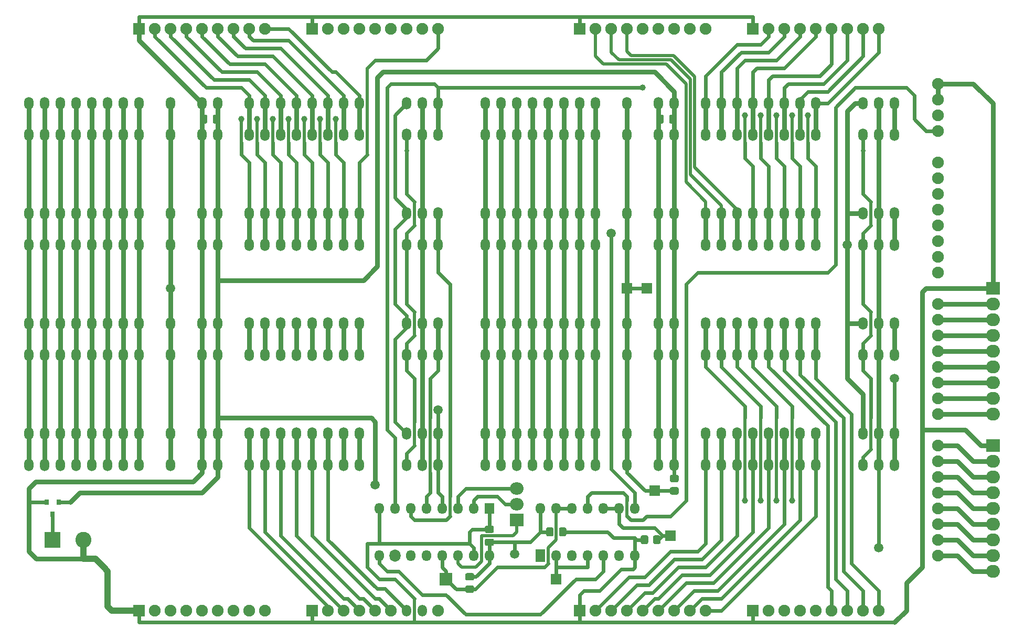
<source format=gbr>
%TF.GenerationSoftware,KiCad,Pcbnew,(5.1.8)-1*%
%TF.CreationDate,2025-01-29T23:55:13+03:00*%
%TF.ProjectId,Regs-v5,52656773-2d76-4352-9e6b-696361645f70,rev?*%
%TF.SameCoordinates,Original*%
%TF.FileFunction,Copper,L2,Bot*%
%TF.FilePolarity,Positive*%
%FSLAX46Y46*%
G04 Gerber Fmt 4.6, Leading zero omitted, Abs format (unit mm)*
G04 Created by KiCad (PCBNEW (5.1.8)-1) date 2025-01-29 23:55:13*
%MOMM*%
%LPD*%
G01*
G04 APERTURE LIST*
%TA.AperFunction,ComponentPad*%
%ADD10R,1.700000X1.700000*%
%TD*%
%TA.AperFunction,ComponentPad*%
%ADD11O,1.500000X2.000000*%
%TD*%
%TA.AperFunction,SMDPad,CuDef*%
%ADD12R,0.800000X0.900000*%
%TD*%
%TA.AperFunction,ComponentPad*%
%ADD13O,2.200000X2.100000*%
%TD*%
%TA.AperFunction,ComponentPad*%
%ADD14R,2.200000X2.100000*%
%TD*%
%TA.AperFunction,ComponentPad*%
%ADD15O,1.900000X1.900000*%
%TD*%
%TA.AperFunction,ComponentPad*%
%ADD16C,2.600000*%
%TD*%
%TA.AperFunction,ComponentPad*%
%ADD17R,2.600000X2.600000*%
%TD*%
%TA.AperFunction,ComponentPad*%
%ADD18O,1.500000X1.800000*%
%TD*%
%TA.AperFunction,ComponentPad*%
%ADD19R,1.500000X2.000000*%
%TD*%
%TA.AperFunction,ComponentPad*%
%ADD20O,1.800000X2.000000*%
%TD*%
%TA.AperFunction,ComponentPad*%
%ADD21R,1.500000X1.800000*%
%TD*%
%TA.AperFunction,ComponentPad*%
%ADD22R,2.000000X2.000000*%
%TD*%
%TA.AperFunction,ComponentPad*%
%ADD23O,2.200000X2.000000*%
%TD*%
%TA.AperFunction,ComponentPad*%
%ADD24R,2.200000X2.000000*%
%TD*%
%TA.AperFunction,ComponentPad*%
%ADD25R,1.900000X1.900000*%
%TD*%
%TA.AperFunction,ComponentPad*%
%ADD26O,1.500000X1.900000*%
%TD*%
%TA.AperFunction,ViaPad*%
%ADD27C,1.000000*%
%TD*%
%TA.AperFunction,ViaPad*%
%ADD28C,1.500000*%
%TD*%
%TA.AperFunction,Conductor*%
%ADD29C,0.800000*%
%TD*%
%TA.AperFunction,Conductor*%
%ADD30C,0.600000*%
%TD*%
%TA.AperFunction,Conductor*%
%ADD31C,1.000000*%
%TD*%
%TA.AperFunction,Conductor*%
%ADD32C,0.500000*%
%TD*%
G04 APERTURE END LIST*
D10*
%TO.P,J19,1*%
%TO.N,/~Res*%
X114300000Y-59690000D03*
%TD*%
%TO.P,J20,1*%
%TO.N,/~Res*%
X117475000Y-59690000D03*
%TD*%
%TO.P,R5,2*%
%TO.N,VCC*%
%TA.AperFunction,SMDPad,CuDef*%
G36*
G01*
X89350001Y-106915000D02*
X88449999Y-106915000D01*
G75*
G02*
X88200000Y-106665001I0J249999D01*
G01*
X88200000Y-105964999D01*
G75*
G02*
X88449999Y-105715000I249999J0D01*
G01*
X89350001Y-105715000D01*
G75*
G02*
X89600000Y-105964999I0J-249999D01*
G01*
X89600000Y-106665001D01*
G75*
G02*
X89350001Y-106915000I-249999J0D01*
G01*
G37*
%TD.AperFunction*%
%TO.P,R5,1*%
%TO.N,/~MUL*%
%TA.AperFunction,SMDPad,CuDef*%
G36*
G01*
X89350001Y-108915000D02*
X88449999Y-108915000D01*
G75*
G02*
X88200000Y-108665001I0J249999D01*
G01*
X88200000Y-107964999D01*
G75*
G02*
X88449999Y-107715000I249999J0D01*
G01*
X89350001Y-107715000D01*
G75*
G02*
X89600000Y-107964999I0J-249999D01*
G01*
X89600000Y-108665001D01*
G75*
G02*
X89350001Y-108915000I-249999J0D01*
G01*
G37*
%TD.AperFunction*%
%TD*%
D11*
%TO.P,U19,22*%
%TO.N,/~R3*%
X83820000Y-29845000D03*
%TO.P,U19,21*%
%TO.N,/~H*%
X81280000Y-29845000D03*
%TO.P,U19,20*%
%TO.N,/~Bank1*%
X78740000Y-29845000D03*
%TO.P,U19,19*%
%TO.N,/R7.7*%
X71120000Y-29845000D03*
%TO.P,U19,18*%
%TO.N,/R7.6*%
X68580000Y-29845000D03*
%TO.P,U19,17*%
%TO.N,/R7.5*%
X66040000Y-29845000D03*
%TO.P,U19,16*%
%TO.N,/R7.4*%
X63500000Y-29845000D03*
%TO.P,U19,15*%
%TO.N,/R7.3*%
X60960000Y-29845000D03*
%TO.P,U19,14*%
%TO.N,/R7.2*%
X58420000Y-29845000D03*
%TO.P,U19,13*%
%TO.N,/R7.1*%
X55880000Y-29845000D03*
%TO.P,U19,12*%
%TO.N,/R7.0*%
X53340000Y-29845000D03*
%TO.P,U19,11*%
%TO.N,VCC*%
X48260000Y-29845000D03*
%TO.P,U19,10*%
%TO.N,GND*%
X45720000Y-29845000D03*
%TO.P,U19,9*%
%TO.N,/~Res*%
X40640000Y-29845000D03*
%TO.P,U19,8*%
%TO.N,/H0*%
X35560000Y-29845000D03*
%TO.P,U19,7*%
%TO.N,/H1*%
X33020000Y-29845000D03*
%TO.P,U19,6*%
%TO.N,/H2*%
X30480000Y-29845000D03*
%TO.P,U19,5*%
%TO.N,/H3*%
X27940000Y-29845000D03*
%TO.P,U19,4*%
%TO.N,/H4*%
X25400000Y-29845000D03*
%TO.P,U19,3*%
%TO.N,/H5*%
X22860000Y-29845000D03*
%TO.P,U19,2*%
%TO.N,/H6*%
X20320000Y-29845000D03*
%TO.P,U19,1*%
%TO.N,/H7*%
X17780000Y-29845000D03*
%TD*%
%TO.P,U18,22*%
%TO.N,/~R3*%
X157480000Y-29845000D03*
%TO.P,U18,21*%
%TO.N,/~L*%
X154940000Y-29845000D03*
%TO.P,U18,20*%
%TO.N,/~Bank1*%
X152400000Y-29845000D03*
%TO.P,U18,19*%
%TO.N,/R6.7*%
X144780000Y-29845000D03*
%TO.P,U18,18*%
%TO.N,/R6.6*%
X142240000Y-29845000D03*
%TO.P,U18,17*%
%TO.N,/R6.5*%
X139700000Y-29845000D03*
%TO.P,U18,16*%
%TO.N,/R6.4*%
X137160000Y-29845000D03*
%TO.P,U18,15*%
%TO.N,/R6.3*%
X134620000Y-29845000D03*
%TO.P,U18,14*%
%TO.N,/R6.2*%
X132080000Y-29845000D03*
%TO.P,U18,13*%
%TO.N,/R6.1*%
X129540000Y-29845000D03*
%TO.P,U18,12*%
%TO.N,/R6.0*%
X127000000Y-29845000D03*
%TO.P,U18,11*%
%TO.N,VCC*%
X121920000Y-29845000D03*
%TO.P,U18,10*%
%TO.N,GND*%
X119380000Y-29845000D03*
%TO.P,U18,9*%
%TO.N,/~Res*%
X114300000Y-29845000D03*
%TO.P,U18,8*%
%TO.N,/L0*%
X109220000Y-29845000D03*
%TO.P,U18,7*%
%TO.N,/L1*%
X106680000Y-29845000D03*
%TO.P,U18,6*%
%TO.N,/L2*%
X104140000Y-29845000D03*
%TO.P,U18,5*%
%TO.N,/L3*%
X101600000Y-29845000D03*
%TO.P,U18,4*%
%TO.N,/L4*%
X99060000Y-29845000D03*
%TO.P,U18,3*%
%TO.N,/L5*%
X96520000Y-29845000D03*
%TO.P,U18,2*%
%TO.N,/L6*%
X93980000Y-29845000D03*
%TO.P,U18,1*%
%TO.N,/L7*%
X91440000Y-29845000D03*
%TD*%
%TO.P,U17,22*%
%TO.N,/~R2*%
X83820000Y-47625000D03*
%TO.P,U17,21*%
%TO.N,/~H*%
X81280000Y-47625000D03*
%TO.P,U17,20*%
%TO.N,/~Bank1*%
X78740000Y-47625000D03*
%TO.P,U17,19*%
%TO.N,/R5.7*%
X71120000Y-47625000D03*
%TO.P,U17,18*%
%TO.N,/R5.6*%
X68580000Y-47625000D03*
%TO.P,U17,17*%
%TO.N,/R5.5*%
X66040000Y-47625000D03*
%TO.P,U17,16*%
%TO.N,/R5.4*%
X63500000Y-47625000D03*
%TO.P,U17,15*%
%TO.N,/R5.3*%
X60960000Y-47625000D03*
%TO.P,U17,14*%
%TO.N,/R5.2*%
X58420000Y-47625000D03*
%TO.P,U17,13*%
%TO.N,/R5.1*%
X55880000Y-47625000D03*
%TO.P,U17,12*%
%TO.N,/R5.0*%
X53340000Y-47625000D03*
%TO.P,U17,11*%
%TO.N,VCC*%
X48260000Y-47625000D03*
%TO.P,U17,10*%
%TO.N,GND*%
X45720000Y-47625000D03*
%TO.P,U17,9*%
%TO.N,/~Res*%
X40640000Y-47625000D03*
%TO.P,U17,8*%
%TO.N,/H0*%
X35560000Y-47625000D03*
%TO.P,U17,7*%
%TO.N,/H1*%
X33020000Y-47625000D03*
%TO.P,U17,6*%
%TO.N,/H2*%
X30480000Y-47625000D03*
%TO.P,U17,5*%
%TO.N,/H3*%
X27940000Y-47625000D03*
%TO.P,U17,4*%
%TO.N,/H4*%
X25400000Y-47625000D03*
%TO.P,U17,3*%
%TO.N,/H5*%
X22860000Y-47625000D03*
%TO.P,U17,2*%
%TO.N,/H6*%
X20320000Y-47625000D03*
%TO.P,U17,1*%
%TO.N,/H7*%
X17780000Y-47625000D03*
%TD*%
%TO.P,U16,22*%
%TO.N,/~R2*%
X157480000Y-47625000D03*
%TO.P,U16,21*%
%TO.N,/~L*%
X154940000Y-47625000D03*
%TO.P,U16,20*%
%TO.N,/~Bank1*%
X152400000Y-47625000D03*
%TO.P,U16,19*%
%TO.N,/R4.7*%
X144780000Y-47625000D03*
%TO.P,U16,18*%
%TO.N,/R4.6*%
X142240000Y-47625000D03*
%TO.P,U16,17*%
%TO.N,/R4.5*%
X139700000Y-47625000D03*
%TO.P,U16,16*%
%TO.N,/R4.4*%
X137160000Y-47625000D03*
%TO.P,U16,15*%
%TO.N,/R4.3*%
X134620000Y-47625000D03*
%TO.P,U16,14*%
%TO.N,/R4.2*%
X132080000Y-47625000D03*
%TO.P,U16,13*%
%TO.N,/R4.1*%
X129540000Y-47625000D03*
%TO.P,U16,12*%
%TO.N,/R4.0*%
X127000000Y-47625000D03*
%TO.P,U16,11*%
%TO.N,VCC*%
X121920000Y-47625000D03*
%TO.P,U16,10*%
%TO.N,GND*%
X119380000Y-47625000D03*
%TO.P,U16,9*%
%TO.N,/~Res*%
X114300000Y-47625000D03*
%TO.P,U16,8*%
%TO.N,/L0*%
X109220000Y-47625000D03*
%TO.P,U16,7*%
%TO.N,/L1*%
X106680000Y-47625000D03*
%TO.P,U16,6*%
%TO.N,/L2*%
X104140000Y-47625000D03*
%TO.P,U16,5*%
%TO.N,/L3*%
X101600000Y-47625000D03*
%TO.P,U16,4*%
%TO.N,/L4*%
X99060000Y-47625000D03*
%TO.P,U16,3*%
%TO.N,/L5*%
X96520000Y-47625000D03*
%TO.P,U16,2*%
%TO.N,/L6*%
X93980000Y-47625000D03*
%TO.P,U16,1*%
%TO.N,/L7*%
X91440000Y-47625000D03*
%TD*%
%TO.P,U12,22*%
%TO.N,/~R1*%
X83820000Y-65405000D03*
%TO.P,U12,21*%
%TO.N,/~H*%
X81280000Y-65405000D03*
%TO.P,U12,20*%
%TO.N,/~Bank1*%
X78740000Y-65405000D03*
%TO.P,U12,19*%
%TO.N,/R3.7*%
X71120000Y-65405000D03*
%TO.P,U12,18*%
%TO.N,/R3.6*%
X68580000Y-65405000D03*
%TO.P,U12,17*%
%TO.N,/R3.5*%
X66040000Y-65405000D03*
%TO.P,U12,16*%
%TO.N,/R3.4*%
X63500000Y-65405000D03*
%TO.P,U12,15*%
%TO.N,/R3.3*%
X60960000Y-65405000D03*
%TO.P,U12,14*%
%TO.N,/R3.2*%
X58420000Y-65405000D03*
%TO.P,U12,13*%
%TO.N,/R3.1*%
X55880000Y-65405000D03*
%TO.P,U12,12*%
%TO.N,/R3.0*%
X53340000Y-65405000D03*
%TO.P,U12,11*%
%TO.N,VCC*%
X48260000Y-65405000D03*
%TO.P,U12,10*%
%TO.N,GND*%
X45720000Y-65405000D03*
%TO.P,U12,9*%
%TO.N,/~Res*%
X40640000Y-65405000D03*
%TO.P,U12,8*%
%TO.N,/H0*%
X35560000Y-65405000D03*
%TO.P,U12,7*%
%TO.N,/H1*%
X33020000Y-65405000D03*
%TO.P,U12,6*%
%TO.N,/H2*%
X30480000Y-65405000D03*
%TO.P,U12,5*%
%TO.N,/H3*%
X27940000Y-65405000D03*
%TO.P,U12,4*%
%TO.N,/H4*%
X25400000Y-65405000D03*
%TO.P,U12,3*%
%TO.N,/H5*%
X22860000Y-65405000D03*
%TO.P,U12,2*%
%TO.N,/H6*%
X20320000Y-65405000D03*
%TO.P,U12,1*%
%TO.N,/H7*%
X17780000Y-65405000D03*
%TD*%
%TO.P,U11,22*%
%TO.N,/~R1*%
X157480000Y-65405000D03*
%TO.P,U11,21*%
%TO.N,/~L*%
X154940000Y-65405000D03*
%TO.P,U11,20*%
%TO.N,/~Bank1*%
X152400000Y-65405000D03*
%TO.P,U11,19*%
%TO.N,/R2.7*%
X144780000Y-65405000D03*
%TO.P,U11,18*%
%TO.N,/R2.6*%
X142240000Y-65405000D03*
%TO.P,U11,17*%
%TO.N,/R2.5*%
X139700000Y-65405000D03*
%TO.P,U11,16*%
%TO.N,/R2.4*%
X137160000Y-65405000D03*
%TO.P,U11,15*%
%TO.N,/R2.3*%
X134620000Y-65405000D03*
%TO.P,U11,14*%
%TO.N,/R2.2*%
X132080000Y-65405000D03*
%TO.P,U11,13*%
%TO.N,/R2.1*%
X129540000Y-65405000D03*
%TO.P,U11,12*%
%TO.N,/R2.0*%
X127000000Y-65405000D03*
%TO.P,U11,11*%
%TO.N,VCC*%
X121920000Y-65405000D03*
%TO.P,U11,10*%
%TO.N,GND*%
X119380000Y-65405000D03*
%TO.P,U11,9*%
%TO.N,/~Res*%
X114300000Y-65405000D03*
%TO.P,U11,8*%
%TO.N,/L0*%
X109220000Y-65405000D03*
%TO.P,U11,7*%
%TO.N,/L1*%
X106680000Y-65405000D03*
%TO.P,U11,6*%
%TO.N,/L2*%
X104140000Y-65405000D03*
%TO.P,U11,5*%
%TO.N,/L3*%
X101600000Y-65405000D03*
%TO.P,U11,4*%
%TO.N,/L4*%
X99060000Y-65405000D03*
%TO.P,U11,3*%
%TO.N,/L5*%
X96520000Y-65405000D03*
%TO.P,U11,2*%
%TO.N,/L6*%
X93980000Y-65405000D03*
%TO.P,U11,1*%
%TO.N,/L7*%
X91440000Y-65405000D03*
%TD*%
%TO.P,U10,22*%
%TO.N,/~R0*%
X83820000Y-83185000D03*
%TO.P,U10,21*%
%TO.N,/~H*%
X81280000Y-83185000D03*
%TO.P,U10,20*%
%TO.N,/~Bank1*%
X78740000Y-83185000D03*
%TO.P,U10,19*%
%TO.N,/R1.7*%
X71120000Y-83185000D03*
%TO.P,U10,18*%
%TO.N,/R1.6*%
X68580000Y-83185000D03*
%TO.P,U10,17*%
%TO.N,/R1.5*%
X66040000Y-83185000D03*
%TO.P,U10,16*%
%TO.N,/R1.4*%
X63500000Y-83185000D03*
%TO.P,U10,15*%
%TO.N,/R1.3*%
X60960000Y-83185000D03*
%TO.P,U10,14*%
%TO.N,/R1.2*%
X58420000Y-83185000D03*
%TO.P,U10,13*%
%TO.N,/R1.1*%
X55880000Y-83185000D03*
%TO.P,U10,12*%
%TO.N,/R1.0*%
X53340000Y-83185000D03*
%TO.P,U10,11*%
%TO.N,VCC*%
X48260000Y-83185000D03*
%TO.P,U10,10*%
%TO.N,GND*%
X45720000Y-83185000D03*
%TO.P,U10,9*%
%TO.N,/~Res*%
X40640000Y-83185000D03*
%TO.P,U10,8*%
%TO.N,/H0*%
X35560000Y-83185000D03*
%TO.P,U10,7*%
%TO.N,/H1*%
X33020000Y-83185000D03*
%TO.P,U10,6*%
%TO.N,/H2*%
X30480000Y-83185000D03*
%TO.P,U10,5*%
%TO.N,/H3*%
X27940000Y-83185000D03*
%TO.P,U10,4*%
%TO.N,/H4*%
X25400000Y-83185000D03*
%TO.P,U10,3*%
%TO.N,/H5*%
X22860000Y-83185000D03*
%TO.P,U10,2*%
%TO.N,/H6*%
X20320000Y-83185000D03*
%TO.P,U10,1*%
%TO.N,/H7*%
X17780000Y-83185000D03*
%TD*%
%TO.P,U9,22*%
%TO.N,/~R0*%
X157480000Y-83185000D03*
%TO.P,U9,21*%
%TO.N,/~L*%
X154940000Y-83185000D03*
%TO.P,U9,20*%
%TO.N,/~Bank1*%
X152400000Y-83185000D03*
%TO.P,U9,19*%
%TO.N,/R0.7*%
X144780000Y-83185000D03*
%TO.P,U9,18*%
%TO.N,/R0.6*%
X142240000Y-83185000D03*
%TO.P,U9,17*%
%TO.N,/R0.5*%
X139700000Y-83185000D03*
%TO.P,U9,16*%
%TO.N,/R0.4*%
X137160000Y-83185000D03*
%TO.P,U9,15*%
%TO.N,/R0.3*%
X134620000Y-83185000D03*
%TO.P,U9,14*%
%TO.N,/R0.2*%
X132080000Y-83185000D03*
%TO.P,U9,13*%
%TO.N,/R0.1*%
X129540000Y-83185000D03*
%TO.P,U9,12*%
%TO.N,/R0.0*%
X127000000Y-83185000D03*
%TO.P,U9,11*%
%TO.N,VCC*%
X121920000Y-83185000D03*
%TO.P,U9,10*%
%TO.N,GND*%
X119380000Y-83185000D03*
%TO.P,U9,9*%
%TO.N,/~Res*%
X114300000Y-83185000D03*
%TO.P,U9,8*%
%TO.N,/L0*%
X109220000Y-83185000D03*
%TO.P,U9,7*%
%TO.N,/L1*%
X106680000Y-83185000D03*
%TO.P,U9,6*%
%TO.N,/L2*%
X104140000Y-83185000D03*
%TO.P,U9,5*%
%TO.N,/L3*%
X101600000Y-83185000D03*
%TO.P,U9,4*%
%TO.N,/L4*%
X99060000Y-83185000D03*
%TO.P,U9,3*%
%TO.N,/L5*%
X96520000Y-83185000D03*
%TO.P,U9,2*%
%TO.N,/L6*%
X93980000Y-83185000D03*
%TO.P,U9,1*%
%TO.N,/L7*%
X91440000Y-83185000D03*
%TD*%
%TO.P,R7,2*%
%TO.N,GND*%
%TA.AperFunction,SMDPad,CuDef*%
G36*
G01*
X117710000Y-99879999D02*
X117710000Y-100780001D01*
G75*
G02*
X117460001Y-101030000I-249999J0D01*
G01*
X116759999Y-101030000D01*
G75*
G02*
X116510000Y-100780001I0J249999D01*
G01*
X116510000Y-99879999D01*
G75*
G02*
X116759999Y-99630000I249999J0D01*
G01*
X117460001Y-99630000D01*
G75*
G02*
X117710000Y-99879999I0J-249999D01*
G01*
G37*
%TD.AperFunction*%
%TO.P,R7,1*%
%TO.N,/~Bank0*%
%TA.AperFunction,SMDPad,CuDef*%
G36*
G01*
X119710000Y-99879999D02*
X119710000Y-100780001D01*
G75*
G02*
X119460001Y-101030000I-249999J0D01*
G01*
X118759999Y-101030000D01*
G75*
G02*
X118510000Y-100780001I0J249999D01*
G01*
X118510000Y-99879999D01*
G75*
G02*
X118759999Y-99630000I249999J0D01*
G01*
X119460001Y-99630000D01*
G75*
G02*
X119710000Y-99879999I0J-249999D01*
G01*
G37*
%TD.AperFunction*%
%TD*%
D12*
%TO.P,Q1,3*%
%TO.N,Net-(J16-Pad1)*%
X21590000Y-96250000D03*
%TO.P,Q1,2*%
%TO.N,VCC*%
X22540000Y-94250000D03*
%TO.P,Q1,1*%
%TO.N,GND*%
X20640000Y-94250000D03*
%TD*%
%TO.P,C4,2*%
%TO.N,GND*%
%TA.AperFunction,SMDPad,CuDef*%
G36*
G01*
X103320000Y-99535000D02*
X103320000Y-98585000D01*
G75*
G02*
X103570000Y-98335000I250000J0D01*
G01*
X104245000Y-98335000D01*
G75*
G02*
X104495000Y-98585000I0J-250000D01*
G01*
X104495000Y-99535000D01*
G75*
G02*
X104245000Y-99785000I-250000J0D01*
G01*
X103570000Y-99785000D01*
G75*
G02*
X103320000Y-99535000I0J250000D01*
G01*
G37*
%TD.AperFunction*%
%TO.P,C4,1*%
%TO.N,VCC*%
%TA.AperFunction,SMDPad,CuDef*%
G36*
G01*
X101245000Y-99535000D02*
X101245000Y-98585000D01*
G75*
G02*
X101495000Y-98335000I250000J0D01*
G01*
X102170000Y-98335000D01*
G75*
G02*
X102420000Y-98585000I0J-250000D01*
G01*
X102420000Y-99535000D01*
G75*
G02*
X102170000Y-99785000I-250000J0D01*
G01*
X101495000Y-99785000D01*
G75*
G02*
X101245000Y-99535000I0J250000D01*
G01*
G37*
%TD.AperFunction*%
%TD*%
%TO.P,C3,2*%
%TO.N,GND*%
%TA.AperFunction,SMDPad,CuDef*%
G36*
G01*
X92550000Y-99245000D02*
X91600000Y-99245000D01*
G75*
G02*
X91350000Y-98995000I0J250000D01*
G01*
X91350000Y-98320000D01*
G75*
G02*
X91600000Y-98070000I250000J0D01*
G01*
X92550000Y-98070000D01*
G75*
G02*
X92800000Y-98320000I0J-250000D01*
G01*
X92800000Y-98995000D01*
G75*
G02*
X92550000Y-99245000I-250000J0D01*
G01*
G37*
%TD.AperFunction*%
%TO.P,C3,1*%
%TO.N,VCC*%
%TA.AperFunction,SMDPad,CuDef*%
G36*
G01*
X92550000Y-101320000D02*
X91600000Y-101320000D01*
G75*
G02*
X91350000Y-101070000I0J250000D01*
G01*
X91350000Y-100395000D01*
G75*
G02*
X91600000Y-100145000I250000J0D01*
G01*
X92550000Y-100145000D01*
G75*
G02*
X92800000Y-100395000I0J-250000D01*
G01*
X92800000Y-101070000D01*
G75*
G02*
X92550000Y-101320000I-250000J0D01*
G01*
G37*
%TD.AperFunction*%
%TD*%
%TO.P,C2,2*%
%TO.N,GND*%
%TA.AperFunction,SMDPad,CuDef*%
G36*
G01*
X46540000Y-31910000D02*
X46540000Y-32860000D01*
G75*
G02*
X46290000Y-33110000I-250000J0D01*
G01*
X45615000Y-33110000D01*
G75*
G02*
X45365000Y-32860000I0J250000D01*
G01*
X45365000Y-31910000D01*
G75*
G02*
X45615000Y-31660000I250000J0D01*
G01*
X46290000Y-31660000D01*
G75*
G02*
X46540000Y-31910000I0J-250000D01*
G01*
G37*
%TD.AperFunction*%
%TO.P,C2,1*%
%TO.N,VCC*%
%TA.AperFunction,SMDPad,CuDef*%
G36*
G01*
X48615000Y-31910000D02*
X48615000Y-32860000D01*
G75*
G02*
X48365000Y-33110000I-250000J0D01*
G01*
X47690000Y-33110000D01*
G75*
G02*
X47440000Y-32860000I0J250000D01*
G01*
X47440000Y-31910000D01*
G75*
G02*
X47690000Y-31660000I250000J0D01*
G01*
X48365000Y-31660000D01*
G75*
G02*
X48615000Y-31910000I0J-250000D01*
G01*
G37*
%TD.AperFunction*%
%TD*%
%TO.P,C1,2*%
%TO.N,GND*%
%TA.AperFunction,SMDPad,CuDef*%
G36*
G01*
X120200000Y-31910000D02*
X120200000Y-32860000D01*
G75*
G02*
X119950000Y-33110000I-250000J0D01*
G01*
X119275000Y-33110000D01*
G75*
G02*
X119025000Y-32860000I0J250000D01*
G01*
X119025000Y-31910000D01*
G75*
G02*
X119275000Y-31660000I250000J0D01*
G01*
X119950000Y-31660000D01*
G75*
G02*
X120200000Y-31910000I0J-250000D01*
G01*
G37*
%TD.AperFunction*%
%TO.P,C1,1*%
%TO.N,VCC*%
%TA.AperFunction,SMDPad,CuDef*%
G36*
G01*
X122275000Y-31910000D02*
X122275000Y-32860000D01*
G75*
G02*
X122025000Y-33110000I-250000J0D01*
G01*
X121350000Y-33110000D01*
G75*
G02*
X121100000Y-32860000I0J250000D01*
G01*
X121100000Y-31910000D01*
G75*
G02*
X121350000Y-31660000I250000J0D01*
G01*
X122025000Y-31660000D01*
G75*
G02*
X122275000Y-31910000I0J-250000D01*
G01*
G37*
%TD.AperFunction*%
%TD*%
%TO.P,R6,2*%
%TO.N,VCC*%
%TA.AperFunction,SMDPad,CuDef*%
G36*
G01*
X122370001Y-91040000D02*
X121469999Y-91040000D01*
G75*
G02*
X121220000Y-90790001I0J249999D01*
G01*
X121220000Y-90089999D01*
G75*
G02*
X121469999Y-89840000I249999J0D01*
G01*
X122370001Y-89840000D01*
G75*
G02*
X122620000Y-90089999I0J-249999D01*
G01*
X122620000Y-90790001D01*
G75*
G02*
X122370001Y-91040000I-249999J0D01*
G01*
G37*
%TD.AperFunction*%
%TO.P,R6,1*%
%TO.N,/~Res*%
%TA.AperFunction,SMDPad,CuDef*%
G36*
G01*
X122370001Y-93040000D02*
X121469999Y-93040000D01*
G75*
G02*
X121220000Y-92790001I0J249999D01*
G01*
X121220000Y-92089999D01*
G75*
G02*
X121469999Y-91840000I249999J0D01*
G01*
X122370001Y-91840000D01*
G75*
G02*
X122620000Y-92089999I0J-249999D01*
G01*
X122620000Y-92790001D01*
G75*
G02*
X122370001Y-93040000I-249999J0D01*
G01*
G37*
%TD.AperFunction*%
%TD*%
D13*
%TO.P,J18,9*%
%TO.N,/ALU_H7*%
X173355000Y-80010000D03*
%TO.P,J18,8*%
%TO.N,Net-(J18-Pad8)*%
X173355000Y-77470000D03*
%TO.P,J18,7*%
%TO.N,Net-(J18-Pad7)*%
X173355000Y-74930000D03*
%TO.P,J18,6*%
%TO.N,Net-(J18-Pad6)*%
X173355000Y-72390000D03*
%TO.P,J18,5*%
%TO.N,Net-(J18-Pad5)*%
X173355000Y-69850000D03*
%TO.P,J18,4*%
%TO.N,Net-(J18-Pad4)*%
X173355000Y-67310000D03*
%TO.P,J18,3*%
%TO.N,Net-(J18-Pad3)*%
X173355000Y-64770000D03*
%TO.P,J18,2*%
%TO.N,/ALU_H0*%
X173355000Y-62230000D03*
D14*
%TO.P,J18,1*%
%TO.N,GND*%
X173355000Y-59690000D03*
%TD*%
D13*
%TO.P,J17,9*%
%TO.N,/L7*%
X173355000Y-105410000D03*
%TO.P,J17,8*%
%TO.N,/L6*%
X173355000Y-102870000D03*
%TO.P,J17,7*%
%TO.N,/L5*%
X173355000Y-100330000D03*
%TO.P,J17,6*%
%TO.N,/L4*%
X173355000Y-97790000D03*
%TO.P,J17,5*%
%TO.N,/L3*%
X173355000Y-95250000D03*
%TO.P,J17,4*%
%TO.N,/L2*%
X173355000Y-92710000D03*
%TO.P,J17,3*%
%TO.N,/L1*%
X173355000Y-90170000D03*
%TO.P,J17,2*%
%TO.N,/L0*%
X173355000Y-87630000D03*
D14*
%TO.P,J17,1*%
%TO.N,GND*%
X173355000Y-85090000D03*
%TD*%
D15*
%TO.P,U15,28*%
%TO.N,GND*%
X164465000Y-26670000D03*
%TO.P,U15,27*%
X164465000Y-29210000D03*
%TO.P,U15,26*%
%TO.N,VCC*%
X164465000Y-31750000D03*
%TO.P,U15,25*%
%TO.N,Net-(U14-Pad11)*%
X164465000Y-34290000D03*
%TO.P,U15,24*%
%TO.N,/H0*%
X164465000Y-39370000D03*
%TO.P,U15,23*%
%TO.N,/H1*%
X164465000Y-41910000D03*
%TO.P,U15,22*%
%TO.N,/H2*%
X164465000Y-44450000D03*
%TO.P,U15,21*%
%TO.N,/H3*%
X164465000Y-46990000D03*
%TO.P,U15,20*%
%TO.N,/H4*%
X164465000Y-49530000D03*
%TO.P,U15,19*%
%TO.N,/H5*%
X164465000Y-52070000D03*
%TO.P,U15,18*%
%TO.N,/H6*%
X164465000Y-54610000D03*
%TO.P,U15,17*%
%TO.N,/H7*%
X164465000Y-57150000D03*
%TO.P,U15,16*%
%TO.N,/ALU_H0*%
X164465000Y-62230000D03*
%TO.P,U15,15*%
%TO.N,Net-(J18-Pad3)*%
X164465000Y-64770000D03*
%TO.P,U15,14*%
%TO.N,Net-(J18-Pad4)*%
X164465000Y-67310000D03*
%TO.P,U15,13*%
%TO.N,Net-(J18-Pad5)*%
X164465000Y-69850000D03*
%TO.P,U15,12*%
%TO.N,Net-(J18-Pad6)*%
X164465000Y-72390000D03*
%TO.P,U15,11*%
%TO.N,Net-(J18-Pad7)*%
X164465000Y-74930000D03*
%TO.P,U15,10*%
%TO.N,Net-(J18-Pad8)*%
X164465000Y-77470000D03*
%TO.P,U15,9*%
%TO.N,/ALU_H7*%
X164465000Y-80010000D03*
%TO.P,U15,8*%
%TO.N,/L0*%
X164465000Y-85090000D03*
%TO.P,U15,7*%
%TO.N,/L1*%
X164465000Y-87630000D03*
%TO.P,U15,6*%
%TO.N,/L2*%
X164465000Y-90170000D03*
%TO.P,U15,5*%
%TO.N,/L3*%
X164465000Y-92710000D03*
%TO.P,U15,4*%
%TO.N,/L4*%
X164465000Y-95250000D03*
%TO.P,U15,3*%
%TO.N,/L5*%
X164465000Y-97790000D03*
%TO.P,U15,2*%
%TO.N,/L6*%
X164465000Y-100330000D03*
%TO.P,U15,1*%
%TO.N,/L7*%
X164465000Y-102870000D03*
%TD*%
D16*
%TO.P,J16,2*%
%TO.N,GND*%
X26590000Y-100330000D03*
D17*
%TO.P,J16,1*%
%TO.N,Net-(J16-Pad1)*%
X21590000Y-100330000D03*
%TD*%
D18*
%TO.P,U14,14*%
%TO.N,VCC*%
X100330000Y-95250000D03*
%TO.P,U14,7*%
%TO.N,GND*%
X115570000Y-102870000D03*
%TO.P,U14,13*%
%TO.N,/~MUL*%
X102870000Y-95250000D03*
%TO.P,U14,6*%
%TO.N,/~H*%
X113030000Y-102870000D03*
%TO.P,U14,12*%
%TO.N,/~MUL*%
X105410000Y-95250000D03*
%TO.P,U14,5*%
%TO.N,Net-(U13-Pad9)*%
X110490000Y-102870000D03*
%TO.P,U14,11*%
%TO.N,Net-(U14-Pad11)*%
X107950000Y-95250000D03*
%TO.P,U14,4*%
%TO.N,/Latch*%
X107950000Y-102870000D03*
%TO.P,U14,10*%
%TO.N,/~Bank0*%
X110490000Y-95250000D03*
%TO.P,U14,3*%
%TO.N,/~L*%
X105410000Y-102870000D03*
%TO.P,U14,9*%
%TO.N,/~Bank0*%
X113030000Y-95250000D03*
%TO.P,U14,2*%
%TO.N,/Latch*%
X102870000Y-102870000D03*
%TO.P,U14,8*%
%TO.N,/~Bank1*%
X115570000Y-95250000D03*
D19*
%TO.P,U14,1*%
%TO.N,Net-(U13-Pad10)*%
X100330000Y-102870000D03*
%TD*%
D18*
%TO.P,U13,16*%
%TO.N,VCC*%
X92075000Y-102870000D03*
%TO.P,U13,8*%
%TO.N,GND*%
X74295000Y-95250000D03*
%TO.P,U13,15*%
X89535000Y-102870000D03*
%TO.P,U13,7*%
%TO.N,/~R3*%
X76835000Y-95250000D03*
%TO.P,U13,14*%
%TO.N,/DST[0]*%
X86995000Y-102870000D03*
%TO.P,U13,6*%
%TO.N,/~R2*%
X79375000Y-95250000D03*
%TO.P,U13,13*%
%TO.N,/~MUL*%
X84455000Y-102870000D03*
%TO.P,U13,5*%
%TO.N,/~R1*%
X81915000Y-95250000D03*
%TO.P,U13,12*%
%TO.N,Net-(U13-Pad12)*%
X81915000Y-102870000D03*
%TO.P,U13,4*%
%TO.N,/~R0*%
X84455000Y-95250000D03*
%TO.P,U13,11*%
%TO.N,Net-(U13-Pad11)*%
X79375000Y-102870000D03*
%TO.P,U13,3*%
%TO.N,/DST[2]*%
X86995000Y-95250000D03*
D20*
%TO.P,U13,10*%
%TO.N,Net-(U13-Pad10)*%
X76835000Y-102870000D03*
D18*
%TO.P,U13,2*%
%TO.N,/DST[1]*%
X89535000Y-95250000D03*
%TO.P,U13,9*%
%TO.N,Net-(U13-Pad9)*%
X74295000Y-102870000D03*
D21*
%TO.P,U13,1*%
%TO.N,GND*%
X92075000Y-95250000D03*
%TD*%
D10*
%TO.P,J15,1*%
%TO.N,/Latch*%
X102870000Y-106680000D03*
%TD*%
%TO.P,J14,1*%
%TO.N,/~Bank0*%
X121285000Y-99695000D03*
%TD*%
%TO.P,J13,1*%
%TO.N,/~Res*%
X118745000Y-92440000D03*
%TD*%
D22*
%TO.P,J12,1*%
%TO.N,/~MUL*%
X85090000Y-106680000D03*
%TD*%
D23*
%TO.P,J11,3*%
%TO.N,/DST[2]*%
X96520000Y-92075000D03*
%TO.P,J11,2*%
%TO.N,/DST[1]*%
X96520000Y-94615000D03*
D24*
%TO.P,J11,1*%
%TO.N,/DST[0]*%
X96520000Y-97155000D03*
%TD*%
D15*
%TO.P,J8,9*%
%TO.N,/R7.7*%
X55880000Y-17780000D03*
%TO.P,J8,8*%
%TO.N,/R7.6*%
X53340000Y-17780000D03*
%TO.P,J8,7*%
%TO.N,/R7.5*%
X50800000Y-17780000D03*
%TO.P,J8,6*%
%TO.N,/R7.4*%
X48260000Y-17780000D03*
%TO.P,J8,5*%
%TO.N,/R7.3*%
X45720000Y-17780000D03*
%TO.P,J8,4*%
%TO.N,/R7.2*%
X43180000Y-17780000D03*
%TO.P,J8,3*%
%TO.N,/R7.1*%
X40640000Y-17780000D03*
%TO.P,J8,2*%
%TO.N,/R7.0*%
X38100000Y-17780000D03*
D25*
%TO.P,J8,1*%
%TO.N,GND*%
X35560000Y-17780000D03*
%TD*%
D15*
%TO.P,J7,9*%
%TO.N,/R6.7*%
X154940000Y-17780000D03*
%TO.P,J7,8*%
%TO.N,/R6.6*%
X152400000Y-17780000D03*
%TO.P,J7,7*%
%TO.N,/R6.5*%
X149860000Y-17780000D03*
%TO.P,J7,6*%
%TO.N,/R6.4*%
X147320000Y-17780000D03*
%TO.P,J7,5*%
%TO.N,/R6.3*%
X144780000Y-17780000D03*
%TO.P,J7,4*%
%TO.N,/R6.2*%
X142240000Y-17780000D03*
%TO.P,J7,3*%
%TO.N,/R6.1*%
X139700000Y-17780000D03*
%TO.P,J7,2*%
%TO.N,/R6.0*%
X137160000Y-17780000D03*
D25*
%TO.P,J7,1*%
%TO.N,GND*%
X134620000Y-17780000D03*
%TD*%
D15*
%TO.P,J6,9*%
%TO.N,/R5.7*%
X83820000Y-17780000D03*
%TO.P,J6,8*%
%TO.N,/R5.6*%
X81280000Y-17780000D03*
%TO.P,J6,7*%
%TO.N,/R5.5*%
X78740000Y-17780000D03*
%TO.P,J6,6*%
%TO.N,/R5.4*%
X76200000Y-17780000D03*
%TO.P,J6,5*%
%TO.N,/R5.3*%
X73660000Y-17780000D03*
%TO.P,J6,4*%
%TO.N,/R5.2*%
X71120000Y-17780000D03*
%TO.P,J6,3*%
%TO.N,/R5.1*%
X68580000Y-17780000D03*
%TO.P,J6,2*%
%TO.N,/R5.0*%
X66040000Y-17780000D03*
D25*
%TO.P,J6,1*%
%TO.N,GND*%
X63500000Y-17780000D03*
%TD*%
D15*
%TO.P,J5,9*%
%TO.N,/R4.7*%
X127000000Y-17780000D03*
%TO.P,J5,8*%
%TO.N,/R4.6*%
X124460000Y-17780000D03*
%TO.P,J5,7*%
%TO.N,/R4.5*%
X121920000Y-17780000D03*
%TO.P,J5,6*%
%TO.N,/R4.4*%
X119380000Y-17780000D03*
%TO.P,J5,5*%
%TO.N,/R4.3*%
X116840000Y-17780000D03*
%TO.P,J5,4*%
%TO.N,/R4.2*%
X114300000Y-17780000D03*
%TO.P,J5,3*%
%TO.N,/R4.1*%
X111760000Y-17780000D03*
%TO.P,J5,2*%
%TO.N,/R4.0*%
X109220000Y-17780000D03*
D25*
%TO.P,J5,1*%
%TO.N,GND*%
X106680000Y-17780000D03*
%TD*%
D15*
%TO.P,J4,9*%
%TO.N,/R3.7*%
X55880000Y-111760000D03*
%TO.P,J4,8*%
%TO.N,/R3.6*%
X53340000Y-111760000D03*
%TO.P,J4,7*%
%TO.N,/R3.5*%
X50800000Y-111760000D03*
%TO.P,J4,6*%
%TO.N,/R3.4*%
X48260000Y-111760000D03*
%TO.P,J4,5*%
%TO.N,/R3.3*%
X45720000Y-111760000D03*
%TO.P,J4,4*%
%TO.N,/R3.2*%
X43180000Y-111760000D03*
%TO.P,J4,3*%
%TO.N,/R3.1*%
X40640000Y-111760000D03*
%TO.P,J4,2*%
%TO.N,/R3.0*%
X38100000Y-111760000D03*
D25*
%TO.P,J4,1*%
%TO.N,GND*%
X35560000Y-111760000D03*
%TD*%
D15*
%TO.P,J3,9*%
%TO.N,/R2.7*%
X154940000Y-111760000D03*
%TO.P,J3,8*%
%TO.N,/R2.6*%
X152400000Y-111760000D03*
%TO.P,J3,7*%
%TO.N,/R2.5*%
X149860000Y-111760000D03*
%TO.P,J3,6*%
%TO.N,/R2.4*%
X147320000Y-111760000D03*
%TO.P,J3,5*%
%TO.N,/R2.3*%
X144780000Y-111760000D03*
%TO.P,J3,4*%
%TO.N,/R2.2*%
X142240000Y-111760000D03*
%TO.P,J3,3*%
%TO.N,/R2.1*%
X139700000Y-111760000D03*
%TO.P,J3,2*%
%TO.N,/R2.0*%
X137160000Y-111760000D03*
D25*
%TO.P,J3,1*%
%TO.N,GND*%
X134620000Y-111760000D03*
%TD*%
D15*
%TO.P,J2,9*%
%TO.N,/R1.7*%
X83820000Y-111760000D03*
D26*
%TO.P,J2,8*%
%TO.N,/R1.6*%
X81280000Y-111760000D03*
%TO.P,J2,7*%
%TO.N,/R1.5*%
X78740000Y-111760000D03*
D15*
%TO.P,J2,6*%
%TO.N,/R1.4*%
X76200000Y-111760000D03*
%TO.P,J2,5*%
%TO.N,/R1.3*%
X73660000Y-111760000D03*
%TO.P,J2,4*%
%TO.N,/R1.2*%
X71120000Y-111760000D03*
%TO.P,J2,3*%
%TO.N,/R1.1*%
X68580000Y-111760000D03*
%TO.P,J2,2*%
%TO.N,/R1.0*%
X66040000Y-111760000D03*
D25*
%TO.P,J2,1*%
%TO.N,GND*%
X63500000Y-111760000D03*
%TD*%
D15*
%TO.P,J1,9*%
%TO.N,/R0.7*%
X127000000Y-111760000D03*
%TO.P,J1,8*%
%TO.N,/R0.6*%
X124460000Y-111760000D03*
%TO.P,J1,7*%
%TO.N,/R0.5*%
X121920000Y-111760000D03*
%TO.P,J1,6*%
%TO.N,/R0.4*%
X119380000Y-111760000D03*
%TO.P,J1,5*%
%TO.N,/R0.3*%
X116840000Y-111760000D03*
%TO.P,J1,4*%
%TO.N,/R0.2*%
X114300000Y-111760000D03*
%TO.P,J1,3*%
%TO.N,/R0.1*%
X111760000Y-111760000D03*
%TO.P,J1,2*%
%TO.N,/R0.0*%
X109220000Y-111760000D03*
D25*
%TO.P,J1,1*%
%TO.N,GND*%
X106680000Y-111760000D03*
%TD*%
D11*
%TO.P,U1,22*%
%TO.N,/~R0*%
X157480000Y-88265000D03*
%TO.P,U1,21*%
%TO.N,/~L*%
X154940000Y-88265000D03*
%TO.P,U1,20*%
%TO.N,/~Bank0*%
X152400000Y-88265000D03*
%TO.P,U1,19*%
%TO.N,/R0.7*%
X144780000Y-88265000D03*
%TO.P,U1,18*%
%TO.N,/R0.6*%
X142240000Y-88265000D03*
%TO.P,U1,17*%
%TO.N,/R0.5*%
X139700000Y-88265000D03*
%TO.P,U1,16*%
%TO.N,/R0.4*%
X137160000Y-88265000D03*
%TO.P,U1,15*%
%TO.N,/R0.3*%
X134620000Y-88265000D03*
%TO.P,U1,14*%
%TO.N,/R0.2*%
X132080000Y-88265000D03*
%TO.P,U1,13*%
%TO.N,/R0.1*%
X129540000Y-88265000D03*
%TO.P,U1,12*%
%TO.N,/R0.0*%
X127000000Y-88265000D03*
%TO.P,U1,11*%
%TO.N,VCC*%
X121920000Y-88265000D03*
%TO.P,U1,10*%
%TO.N,GND*%
X119380000Y-88265000D03*
%TO.P,U1,9*%
%TO.N,/~Res*%
X114300000Y-88265000D03*
%TO.P,U1,8*%
%TO.N,/L0*%
X109220000Y-88265000D03*
%TO.P,U1,7*%
%TO.N,/L1*%
X106680000Y-88265000D03*
%TO.P,U1,6*%
%TO.N,/L2*%
X104140000Y-88265000D03*
%TO.P,U1,5*%
%TO.N,/L3*%
X101600000Y-88265000D03*
%TO.P,U1,4*%
%TO.N,/L4*%
X99060000Y-88265000D03*
%TO.P,U1,3*%
%TO.N,/L5*%
X96520000Y-88265000D03*
%TO.P,U1,2*%
%TO.N,/L6*%
X93980000Y-88265000D03*
%TO.P,U1,1*%
%TO.N,/L7*%
X91440000Y-88265000D03*
%TD*%
%TO.P,U8,22*%
%TO.N,/~R3*%
X83820000Y-34925000D03*
%TO.P,U8,21*%
%TO.N,/~H*%
X81280000Y-34925000D03*
%TO.P,U8,20*%
%TO.N,/~Bank0*%
X78740000Y-34925000D03*
%TO.P,U8,19*%
%TO.N,/R7.7*%
X71120000Y-34925000D03*
%TO.P,U8,18*%
%TO.N,/R7.6*%
X68580000Y-34925000D03*
%TO.P,U8,17*%
%TO.N,/R7.5*%
X66040000Y-34925000D03*
%TO.P,U8,16*%
%TO.N,/R7.4*%
X63500000Y-34925000D03*
%TO.P,U8,15*%
%TO.N,/R7.3*%
X60960000Y-34925000D03*
%TO.P,U8,14*%
%TO.N,/R7.2*%
X58420000Y-34925000D03*
%TO.P,U8,13*%
%TO.N,/R7.1*%
X55880000Y-34925000D03*
%TO.P,U8,12*%
%TO.N,/R7.0*%
X53340000Y-34925000D03*
%TO.P,U8,11*%
%TO.N,VCC*%
X48260000Y-34925000D03*
%TO.P,U8,10*%
%TO.N,GND*%
X45720000Y-34925000D03*
%TO.P,U8,9*%
%TO.N,/~Res*%
X40640000Y-34925000D03*
%TO.P,U8,8*%
%TO.N,/H0*%
X35560000Y-34925000D03*
%TO.P,U8,7*%
%TO.N,/H1*%
X33020000Y-34925000D03*
%TO.P,U8,6*%
%TO.N,/H2*%
X30480000Y-34925000D03*
%TO.P,U8,5*%
%TO.N,/H3*%
X27940000Y-34925000D03*
%TO.P,U8,4*%
%TO.N,/H4*%
X25400000Y-34925000D03*
%TO.P,U8,3*%
%TO.N,/H5*%
X22860000Y-34925000D03*
%TO.P,U8,2*%
%TO.N,/H6*%
X20320000Y-34925000D03*
%TO.P,U8,1*%
%TO.N,/H7*%
X17780000Y-34925000D03*
%TD*%
%TO.P,U6,22*%
%TO.N,/~R2*%
X83820000Y-52705000D03*
%TO.P,U6,21*%
%TO.N,/~H*%
X81280000Y-52705000D03*
%TO.P,U6,20*%
%TO.N,/~Bank0*%
X78740000Y-52705000D03*
%TO.P,U6,19*%
%TO.N,/R5.7*%
X71120000Y-52705000D03*
%TO.P,U6,18*%
%TO.N,/R5.6*%
X68580000Y-52705000D03*
%TO.P,U6,17*%
%TO.N,/R5.5*%
X66040000Y-52705000D03*
%TO.P,U6,16*%
%TO.N,/R5.4*%
X63500000Y-52705000D03*
%TO.P,U6,15*%
%TO.N,/R5.3*%
X60960000Y-52705000D03*
%TO.P,U6,14*%
%TO.N,/R5.2*%
X58420000Y-52705000D03*
%TO.P,U6,13*%
%TO.N,/R5.1*%
X55880000Y-52705000D03*
%TO.P,U6,12*%
%TO.N,/R5.0*%
X53340000Y-52705000D03*
%TO.P,U6,11*%
%TO.N,VCC*%
X48260000Y-52705000D03*
%TO.P,U6,10*%
%TO.N,GND*%
X45720000Y-52705000D03*
%TO.P,U6,9*%
%TO.N,/~Res*%
X40640000Y-52705000D03*
%TO.P,U6,8*%
%TO.N,/H0*%
X35560000Y-52705000D03*
%TO.P,U6,7*%
%TO.N,/H1*%
X33020000Y-52705000D03*
%TO.P,U6,6*%
%TO.N,/H2*%
X30480000Y-52705000D03*
%TO.P,U6,5*%
%TO.N,/H3*%
X27940000Y-52705000D03*
%TO.P,U6,4*%
%TO.N,/H4*%
X25400000Y-52705000D03*
%TO.P,U6,3*%
%TO.N,/H5*%
X22860000Y-52705000D03*
%TO.P,U6,2*%
%TO.N,/H6*%
X20320000Y-52705000D03*
%TO.P,U6,1*%
%TO.N,/H7*%
X17780000Y-52705000D03*
%TD*%
%TO.P,U4,22*%
%TO.N,/~R1*%
X83820000Y-70485000D03*
%TO.P,U4,21*%
%TO.N,/~H*%
X81280000Y-70485000D03*
%TO.P,U4,20*%
%TO.N,/~Bank0*%
X78740000Y-70485000D03*
%TO.P,U4,19*%
%TO.N,/R3.7*%
X71120000Y-70485000D03*
%TO.P,U4,18*%
%TO.N,/R3.6*%
X68580000Y-70485000D03*
%TO.P,U4,17*%
%TO.N,/R3.5*%
X66040000Y-70485000D03*
%TO.P,U4,16*%
%TO.N,/R3.4*%
X63500000Y-70485000D03*
%TO.P,U4,15*%
%TO.N,/R3.3*%
X60960000Y-70485000D03*
%TO.P,U4,14*%
%TO.N,/R3.2*%
X58420000Y-70485000D03*
%TO.P,U4,13*%
%TO.N,/R3.1*%
X55880000Y-70485000D03*
%TO.P,U4,12*%
%TO.N,/R3.0*%
X53340000Y-70485000D03*
%TO.P,U4,11*%
%TO.N,VCC*%
X48260000Y-70485000D03*
%TO.P,U4,10*%
%TO.N,GND*%
X45720000Y-70485000D03*
%TO.P,U4,9*%
%TO.N,/~Res*%
X40640000Y-70485000D03*
%TO.P,U4,8*%
%TO.N,/H0*%
X35560000Y-70485000D03*
%TO.P,U4,7*%
%TO.N,/H1*%
X33020000Y-70485000D03*
%TO.P,U4,6*%
%TO.N,/H2*%
X30480000Y-70485000D03*
%TO.P,U4,5*%
%TO.N,/H3*%
X27940000Y-70485000D03*
%TO.P,U4,4*%
%TO.N,/H4*%
X25400000Y-70485000D03*
%TO.P,U4,3*%
%TO.N,/H5*%
X22860000Y-70485000D03*
%TO.P,U4,2*%
%TO.N,/H6*%
X20320000Y-70485000D03*
%TO.P,U4,1*%
%TO.N,/H7*%
X17780000Y-70485000D03*
%TD*%
%TO.P,U2,22*%
%TO.N,/~R0*%
X83820000Y-88265000D03*
%TO.P,U2,21*%
%TO.N,/~H*%
X81280000Y-88265000D03*
%TO.P,U2,20*%
%TO.N,/~Bank0*%
X78740000Y-88265000D03*
%TO.P,U2,19*%
%TO.N,/R1.7*%
X71120000Y-88265000D03*
%TO.P,U2,18*%
%TO.N,/R1.6*%
X68580000Y-88265000D03*
%TO.P,U2,17*%
%TO.N,/R1.5*%
X66040000Y-88265000D03*
%TO.P,U2,16*%
%TO.N,/R1.4*%
X63500000Y-88265000D03*
%TO.P,U2,15*%
%TO.N,/R1.3*%
X60960000Y-88265000D03*
%TO.P,U2,14*%
%TO.N,/R1.2*%
X58420000Y-88265000D03*
%TO.P,U2,13*%
%TO.N,/R1.1*%
X55880000Y-88265000D03*
%TO.P,U2,12*%
%TO.N,/R1.0*%
X53340000Y-88265000D03*
%TO.P,U2,11*%
%TO.N,VCC*%
X48260000Y-88265000D03*
%TO.P,U2,10*%
%TO.N,GND*%
X45720000Y-88265000D03*
%TO.P,U2,9*%
%TO.N,/~Res*%
X40640000Y-88265000D03*
%TO.P,U2,8*%
%TO.N,/H0*%
X35560000Y-88265000D03*
%TO.P,U2,7*%
%TO.N,/H1*%
X33020000Y-88265000D03*
%TO.P,U2,6*%
%TO.N,/H2*%
X30480000Y-88265000D03*
%TO.P,U2,5*%
%TO.N,/H3*%
X27940000Y-88265000D03*
%TO.P,U2,4*%
%TO.N,/H4*%
X25400000Y-88265000D03*
%TO.P,U2,3*%
%TO.N,/H5*%
X22860000Y-88265000D03*
%TO.P,U2,2*%
%TO.N,/H6*%
X20320000Y-88265000D03*
%TO.P,U2,1*%
%TO.N,/H7*%
X17780000Y-88265000D03*
%TD*%
%TO.P,U7,22*%
%TO.N,/~R3*%
X157480000Y-34925000D03*
%TO.P,U7,21*%
%TO.N,/~L*%
X154940000Y-34925000D03*
%TO.P,U7,20*%
%TO.N,/~Bank0*%
X152400000Y-34925000D03*
%TO.P,U7,19*%
%TO.N,/R6.7*%
X144780000Y-34925000D03*
%TO.P,U7,18*%
%TO.N,/R6.6*%
X142240000Y-34925000D03*
%TO.P,U7,17*%
%TO.N,/R6.5*%
X139700000Y-34925000D03*
%TO.P,U7,16*%
%TO.N,/R6.4*%
X137160000Y-34925000D03*
%TO.P,U7,15*%
%TO.N,/R6.3*%
X134620000Y-34925000D03*
%TO.P,U7,14*%
%TO.N,/R6.2*%
X132080000Y-34925000D03*
%TO.P,U7,13*%
%TO.N,/R6.1*%
X129540000Y-34925000D03*
%TO.P,U7,12*%
%TO.N,/R6.0*%
X127000000Y-34925000D03*
%TO.P,U7,11*%
%TO.N,VCC*%
X121920000Y-34925000D03*
%TO.P,U7,10*%
%TO.N,GND*%
X119380000Y-34925000D03*
%TO.P,U7,9*%
%TO.N,/~Res*%
X114300000Y-34925000D03*
%TO.P,U7,8*%
%TO.N,/L0*%
X109220000Y-34925000D03*
%TO.P,U7,7*%
%TO.N,/L1*%
X106680000Y-34925000D03*
%TO.P,U7,6*%
%TO.N,/L2*%
X104140000Y-34925000D03*
%TO.P,U7,5*%
%TO.N,/L3*%
X101600000Y-34925000D03*
%TO.P,U7,4*%
%TO.N,/L4*%
X99060000Y-34925000D03*
%TO.P,U7,3*%
%TO.N,/L5*%
X96520000Y-34925000D03*
%TO.P,U7,2*%
%TO.N,/L6*%
X93980000Y-34925000D03*
%TO.P,U7,1*%
%TO.N,/L7*%
X91440000Y-34925000D03*
%TD*%
%TO.P,U5,22*%
%TO.N,/~R2*%
X157480000Y-52705000D03*
%TO.P,U5,21*%
%TO.N,/~L*%
X154940000Y-52705000D03*
%TO.P,U5,20*%
%TO.N,/~Bank0*%
X152400000Y-52705000D03*
%TO.P,U5,19*%
%TO.N,/R4.7*%
X144780000Y-52705000D03*
%TO.P,U5,18*%
%TO.N,/R4.6*%
X142240000Y-52705000D03*
%TO.P,U5,17*%
%TO.N,/R4.5*%
X139700000Y-52705000D03*
%TO.P,U5,16*%
%TO.N,/R4.4*%
X137160000Y-52705000D03*
%TO.P,U5,15*%
%TO.N,/R4.3*%
X134620000Y-52705000D03*
%TO.P,U5,14*%
%TO.N,/R4.2*%
X132080000Y-52705000D03*
%TO.P,U5,13*%
%TO.N,/R4.1*%
X129540000Y-52705000D03*
%TO.P,U5,12*%
%TO.N,/R4.0*%
X127000000Y-52705000D03*
%TO.P,U5,11*%
%TO.N,VCC*%
X121920000Y-52705000D03*
%TO.P,U5,10*%
%TO.N,GND*%
X119380000Y-52705000D03*
%TO.P,U5,9*%
%TO.N,/~Res*%
X114300000Y-52705000D03*
%TO.P,U5,8*%
%TO.N,/L0*%
X109220000Y-52705000D03*
%TO.P,U5,7*%
%TO.N,/L1*%
X106680000Y-52705000D03*
%TO.P,U5,6*%
%TO.N,/L2*%
X104140000Y-52705000D03*
%TO.P,U5,5*%
%TO.N,/L3*%
X101600000Y-52705000D03*
%TO.P,U5,4*%
%TO.N,/L4*%
X99060000Y-52705000D03*
%TO.P,U5,3*%
%TO.N,/L5*%
X96520000Y-52705000D03*
%TO.P,U5,2*%
%TO.N,/L6*%
X93980000Y-52705000D03*
%TO.P,U5,1*%
%TO.N,/L7*%
X91440000Y-52705000D03*
%TD*%
%TO.P,U3,22*%
%TO.N,/~R1*%
X157480000Y-70485000D03*
%TO.P,U3,21*%
%TO.N,/~L*%
X154940000Y-70485000D03*
%TO.P,U3,20*%
%TO.N,/~Bank0*%
X152400000Y-70485000D03*
%TO.P,U3,19*%
%TO.N,/R2.7*%
X144780000Y-70485000D03*
%TO.P,U3,18*%
%TO.N,/R2.6*%
X142240000Y-70485000D03*
%TO.P,U3,17*%
%TO.N,/R2.5*%
X139700000Y-70485000D03*
%TO.P,U3,16*%
%TO.N,/R2.4*%
X137160000Y-70485000D03*
%TO.P,U3,15*%
%TO.N,/R2.3*%
X134620000Y-70485000D03*
%TO.P,U3,14*%
%TO.N,/R2.2*%
X132080000Y-70485000D03*
%TO.P,U3,13*%
%TO.N,/R2.1*%
X129540000Y-70485000D03*
%TO.P,U3,12*%
%TO.N,/R2.0*%
X127000000Y-70485000D03*
%TO.P,U3,11*%
%TO.N,VCC*%
X121920000Y-70485000D03*
%TO.P,U3,10*%
%TO.N,GND*%
X119380000Y-70485000D03*
%TO.P,U3,9*%
%TO.N,/~Res*%
X114300000Y-70485000D03*
%TO.P,U3,8*%
%TO.N,/L0*%
X109220000Y-70485000D03*
%TO.P,U3,7*%
%TO.N,/L1*%
X106680000Y-70485000D03*
%TO.P,U3,6*%
%TO.N,/L2*%
X104140000Y-70485000D03*
%TO.P,U3,5*%
%TO.N,/L3*%
X101600000Y-70485000D03*
%TO.P,U3,4*%
%TO.N,/L4*%
X99060000Y-70485000D03*
%TO.P,U3,3*%
%TO.N,/L5*%
X96520000Y-70485000D03*
%TO.P,U3,2*%
%TO.N,/L6*%
X93980000Y-70485000D03*
%TO.P,U3,1*%
%TO.N,/L7*%
X91440000Y-70485000D03*
%TD*%
D27*
%TO.N,/R2.3*%
X140970000Y-93980000D03*
%TO.N,/R2.2*%
X138430000Y-93980000D03*
%TO.N,/R2.1*%
X135890000Y-93980000D03*
%TO.N,/R2.0*%
X133350000Y-93980000D03*
%TO.N,/R4.7*%
X143510000Y-31750000D03*
%TO.N,/R4.6*%
X140970000Y-31750000D03*
%TO.N,/R4.5*%
X138430000Y-31750000D03*
%TO.N,/R4.4*%
X135890000Y-31750000D03*
%TO.N,/R4.3*%
X133350000Y-31750000D03*
%TO.N,/R5.6*%
X67310000Y-32385000D03*
%TO.N,/R5.5*%
X64770000Y-32385000D03*
%TO.N,/R5.4*%
X62230000Y-32385000D03*
%TO.N,/R5.3*%
X59690000Y-32385000D03*
%TO.N,/R5.2*%
X57150000Y-32385000D03*
%TO.N,/R5.1*%
X54610000Y-32385000D03*
%TO.N,/R5.0*%
X52070000Y-32385000D03*
D28*
%TO.N,VCC*%
X96117500Y-102637500D03*
X73660000Y-91440000D03*
%TO.N,/~R0*%
X157480000Y-74295000D03*
X83820000Y-79375000D03*
%TO.N,/~L*%
X154940000Y-101600000D03*
%TO.N,/~Res*%
X40640000Y-59690000D03*
D27*
%TO.N,/~R3*%
X116840000Y-27305000D03*
D28*
%TO.N,/~Bank1*%
X149860000Y-52705000D03*
X111760000Y-50800000D03*
%TD*%
D29*
%TO.N,/L0*%
X109220000Y-29845000D02*
X109220000Y-88265000D01*
X164465000Y-85090000D02*
X167640000Y-85090000D01*
X170180000Y-87630000D02*
X173355000Y-87630000D01*
X167640000Y-85090000D02*
X170180000Y-87630000D01*
%TO.N,/L1*%
X106680000Y-29845000D02*
X106680000Y-88265000D01*
X164465000Y-87630000D02*
X167640000Y-87630000D01*
X170180000Y-90170000D02*
X173355000Y-90170000D01*
X167640000Y-87630000D02*
X170180000Y-90170000D01*
%TO.N,/L2*%
X104140000Y-29845000D02*
X104140000Y-88265000D01*
X164465000Y-90170000D02*
X167640000Y-90170000D01*
X170180000Y-92710000D02*
X173355000Y-92710000D01*
X167640000Y-90170000D02*
X170180000Y-92710000D01*
%TO.N,/L3*%
X101600000Y-29845000D02*
X101600000Y-88265000D01*
X164465000Y-92710000D02*
X167640000Y-92710000D01*
X170180000Y-95250000D02*
X173355000Y-95250000D01*
X167640000Y-92710000D02*
X170180000Y-95250000D01*
%TO.N,/L4*%
X99060000Y-29845000D02*
X99060000Y-88265000D01*
X164465000Y-95250000D02*
X167640000Y-95250000D01*
X170180000Y-97790000D02*
X173355000Y-97790000D01*
X167640000Y-95250000D02*
X170180000Y-97790000D01*
%TO.N,/L5*%
X96520000Y-29845000D02*
X96520000Y-88265000D01*
X164465000Y-97790000D02*
X167640000Y-97790000D01*
X170180000Y-100330000D02*
X173355000Y-100330000D01*
X167640000Y-97790000D02*
X170180000Y-100330000D01*
%TO.N,/L6*%
X93980000Y-29845000D02*
X93980000Y-88265000D01*
D30*
X93980000Y-29845000D02*
X93980000Y-29845000D01*
X93980000Y-29845000D02*
X93980000Y-29845000D01*
D29*
X164465000Y-100330000D02*
X167640000Y-100330000D01*
X170180000Y-102870000D02*
X173355000Y-102870000D01*
X167640000Y-100330000D02*
X170180000Y-102870000D01*
%TO.N,/L7*%
X91440000Y-29845000D02*
X91440000Y-88265000D01*
X164465000Y-102870000D02*
X167640000Y-102870000D01*
X170180000Y-105410000D02*
X173355000Y-105410000D01*
X167640000Y-102870000D02*
X170180000Y-105410000D01*
%TO.N,/H0*%
X35560000Y-29845000D02*
X35560000Y-88265000D01*
%TO.N,/H1*%
X33020000Y-29845000D02*
X33020000Y-88265000D01*
%TO.N,/H2*%
X30480000Y-29845000D02*
X30480000Y-88265000D01*
%TO.N,/H3*%
X27940000Y-29845000D02*
X27940000Y-88265000D01*
%TO.N,/H4*%
X25400000Y-29845000D02*
X25400000Y-88265000D01*
%TO.N,/H5*%
X22860000Y-29845000D02*
X22860000Y-88265000D01*
%TO.N,/H6*%
X20320000Y-29845000D02*
X20320000Y-88265000D01*
%TO.N,/H7*%
X17780000Y-29845000D02*
X17780000Y-88265000D01*
%TO.N,/R0.7*%
X144780000Y-83185000D02*
X144780000Y-88265000D01*
D30*
X144780000Y-96520000D02*
X144780000Y-88265000D01*
X129540000Y-111760000D02*
X144780000Y-96520000D01*
X127000000Y-111760000D02*
X129540000Y-111760000D01*
D29*
%TO.N,/R0.6*%
X142240000Y-83185000D02*
X142240000Y-88265000D01*
D30*
X142240000Y-97155000D02*
X142240000Y-88265000D01*
X129540000Y-109855000D02*
X142240000Y-97155000D01*
X126365000Y-109855000D02*
X129540000Y-109855000D01*
X124460000Y-111760000D02*
X126365000Y-109855000D01*
D29*
%TO.N,/R0.5*%
X139700000Y-83185000D02*
X139700000Y-88265000D01*
D30*
X139700000Y-97790000D02*
X139700000Y-88265000D01*
X128905000Y-108585000D02*
X139700000Y-97790000D01*
X125095000Y-108585000D02*
X128905000Y-108585000D01*
X121920000Y-111760000D02*
X125095000Y-108585000D01*
D29*
%TO.N,/R0.4*%
X137160000Y-83185000D02*
X137160000Y-88265000D01*
D30*
X137160000Y-98425000D02*
X137160000Y-88265000D01*
X128270000Y-107315000D02*
X137160000Y-98425000D01*
X123825000Y-107315000D02*
X128270000Y-107315000D01*
X119380000Y-111760000D02*
X123825000Y-107315000D01*
D29*
%TO.N,/R0.3*%
X134620000Y-83185000D02*
X134620000Y-88265000D01*
D30*
X118745000Y-109855000D02*
X116840000Y-111760000D01*
X119380000Y-109855000D02*
X118745000Y-109855000D01*
X127635000Y-106045000D02*
X123190000Y-106045000D01*
X134620000Y-99060000D02*
X127635000Y-106045000D01*
X123190000Y-106045000D02*
X119380000Y-109855000D01*
X134620000Y-88265000D02*
X134620000Y-99060000D01*
D29*
%TO.N,/R0.2*%
X132080000Y-83185000D02*
X132080000Y-88265000D01*
D30*
X118427500Y-108902500D02*
X117157500Y-108902500D01*
X122555000Y-104775000D02*
X118427500Y-108902500D01*
X117157500Y-108902500D02*
X114300000Y-111760000D01*
X127000000Y-104775000D02*
X122555000Y-104775000D01*
X132080000Y-99695000D02*
X127000000Y-104775000D01*
X132080000Y-88265000D02*
X132080000Y-99695000D01*
D29*
%TO.N,/R0.1*%
X129540000Y-83185000D02*
X129540000Y-88265000D01*
D30*
X115887500Y-107632500D02*
X111760000Y-111760000D01*
X117792500Y-107632500D02*
X115887500Y-107632500D01*
X126365000Y-103505000D02*
X121920000Y-103505000D01*
X121920000Y-103505000D02*
X117792500Y-107632500D01*
X129540000Y-100330000D02*
X126365000Y-103505000D01*
X129540000Y-88265000D02*
X129540000Y-100330000D01*
D29*
%TO.N,/R0.0*%
X127000000Y-83185000D02*
X127000000Y-88265000D01*
D30*
X114617500Y-106362500D02*
X109220000Y-111760000D01*
X117157500Y-106362500D02*
X114617500Y-106362500D01*
X121285000Y-102235000D02*
X117157500Y-106362500D01*
X125730000Y-102235000D02*
X121285000Y-102235000D01*
X127000000Y-100965000D02*
X125730000Y-102235000D01*
X127000000Y-88265000D02*
X127000000Y-100965000D01*
D29*
%TO.N,GND*%
X119380000Y-29845000D02*
X119380000Y-40640000D01*
X45720000Y-29845000D02*
X45720000Y-37465000D01*
X45720000Y-55245000D02*
X45720000Y-88265000D01*
X119380000Y-55245000D02*
X119380000Y-79375000D01*
X119380000Y-79375000D02*
X119380000Y-88265000D01*
X119380000Y-40640000D02*
X119380000Y-55245000D01*
X45720000Y-37465000D02*
X45720000Y-55245000D01*
X164465000Y-26670000D02*
X170180000Y-26670000D01*
X173355000Y-29845000D02*
X173355000Y-59690000D01*
X170180000Y-26670000D02*
X173355000Y-29845000D01*
X164465000Y-26670000D02*
X164465000Y-29210000D01*
X173355000Y-59690000D02*
X162560000Y-59690000D01*
X162560000Y-59690000D02*
X161925000Y-60325000D01*
X161925000Y-60325000D02*
X161925000Y-81915000D01*
X161925000Y-82550000D02*
X168910000Y-82550000D01*
X171450000Y-85090000D02*
X173355000Y-85090000D01*
X168910000Y-82550000D02*
X171450000Y-85090000D01*
D30*
X35560000Y-111760000D02*
X35560000Y-113665000D01*
X63500000Y-113665000D02*
X63500000Y-111760000D01*
D31*
X26590000Y-100330000D02*
X26590000Y-103425000D01*
D30*
X20640000Y-94250000D02*
X17780000Y-94250000D01*
D31*
X31115000Y-111760000D02*
X35560000Y-111760000D01*
X30480000Y-105410000D02*
X30480000Y-111125000D01*
X30480000Y-111125000D02*
X31115000Y-111760000D01*
X26590000Y-103425000D02*
X28495000Y-103425000D01*
X29845000Y-104775000D02*
X30480000Y-105410000D01*
X28495000Y-103425000D02*
X29845000Y-104775000D01*
D30*
X59055000Y-113665000D02*
X63500000Y-113665000D01*
X35560000Y-113665000D02*
X59055000Y-113665000D01*
X106680000Y-113665000D02*
X106680000Y-111760000D01*
X106680000Y-113665000D02*
X134620000Y-113665000D01*
X134620000Y-113665000D02*
X134620000Y-111760000D01*
X106680000Y-17780000D02*
X106680000Y-15875000D01*
X106680000Y-15875000D02*
X134620000Y-15875000D01*
X134620000Y-15875000D02*
X134620000Y-17780000D01*
X106680000Y-15875000D02*
X63500000Y-15875000D01*
X63500000Y-15875000D02*
X63500000Y-17780000D01*
X63500000Y-15875000D02*
X35560000Y-15875000D01*
X35560000Y-15875000D02*
X35560000Y-17780000D01*
D29*
X45720000Y-89535000D02*
X45720000Y-88265000D01*
X44291250Y-90963750D02*
X45720000Y-89535000D01*
X18891250Y-90963750D02*
X44291250Y-90963750D01*
X17780000Y-92075000D02*
X18891250Y-90963750D01*
X17780000Y-102235000D02*
X17780000Y-92075000D01*
X18970000Y-103425000D02*
X17780000Y-102235000D01*
X26590000Y-103425000D02*
X18970000Y-103425000D01*
X157480000Y-113665000D02*
X159385000Y-111760000D01*
D30*
X134620000Y-113665000D02*
X157480000Y-113665000D01*
D32*
X80010000Y-109855000D02*
X80010000Y-113665000D01*
D30*
X80010000Y-113665000D02*
X106680000Y-113665000D01*
X63500000Y-113665000D02*
X80010000Y-113665000D01*
X92075000Y-95250000D02*
X92075000Y-98657500D01*
X115570000Y-100060000D02*
X115570000Y-102870000D01*
X103822500Y-99060000D02*
X111125000Y-99060000D01*
X112125000Y-100060000D02*
X115570000Y-100060000D01*
X111125000Y-99060000D02*
X112125000Y-100060000D01*
X88900000Y-99060000D02*
X88900000Y-100965000D01*
X89535000Y-101600000D02*
X89535000Y-102870000D01*
X88900000Y-100965000D02*
X89535000Y-101600000D01*
X89302500Y-98657500D02*
X88900000Y-99060000D01*
X92075000Y-98657500D02*
X89302500Y-98657500D01*
D29*
X161925000Y-104775000D02*
X159385000Y-107315000D01*
X161925000Y-92710000D02*
X161925000Y-104775000D01*
X159385000Y-111760000D02*
X159385000Y-107315000D01*
X161925000Y-92710000D02*
X161925000Y-81915000D01*
X35560000Y-19685000D02*
X45720000Y-29845000D01*
X35560000Y-17780000D02*
X35560000Y-19685000D01*
D30*
X115570000Y-104775000D02*
X115570000Y-104140000D01*
X115252500Y-105092500D02*
X115570000Y-104775000D01*
X115570000Y-104140000D02*
X115570000Y-102870000D01*
X113347500Y-105092500D02*
X115252500Y-105092500D01*
X109855000Y-108585000D02*
X113347500Y-105092500D01*
X107315000Y-108585000D02*
X109855000Y-108585000D01*
X106680000Y-109220000D02*
X107315000Y-108585000D01*
X106680000Y-111760000D02*
X106680000Y-109220000D01*
X115840000Y-100330000D02*
X115570000Y-100060000D01*
X117110000Y-100330000D02*
X115840000Y-100330000D01*
X74295000Y-95250000D02*
X74295000Y-100965000D01*
X88900000Y-100965000D02*
X74295000Y-100965000D01*
X72390000Y-100965000D02*
X74295000Y-100965000D01*
X72390000Y-104775000D02*
X72390000Y-100965000D01*
X74295000Y-106680000D02*
X72390000Y-104775000D01*
X76835000Y-106680000D02*
X74295000Y-106680000D01*
X80010000Y-109855000D02*
X76835000Y-106680000D01*
D29*
%TO.N,/R1.7*%
X71120000Y-83185000D02*
X71120000Y-88265000D01*
%TO.N,/R1.6*%
X68580000Y-83185000D02*
X68580000Y-88265000D01*
%TO.N,/R1.5*%
X66040000Y-83185000D02*
X66040000Y-88265000D01*
D30*
X66040000Y-100330000D02*
X66040000Y-88265000D01*
X73977500Y-108267500D02*
X66040000Y-100330000D01*
X75247500Y-108267500D02*
X73977500Y-108267500D01*
X78740000Y-111760000D02*
X75247500Y-108267500D01*
D29*
%TO.N,/R1.4*%
X63500000Y-83185000D02*
X63500000Y-88265000D01*
D30*
X63500000Y-99695000D02*
X63500000Y-88265000D01*
X73660000Y-109855000D02*
X63500000Y-99695000D01*
X74295000Y-109855000D02*
X73660000Y-109855000D01*
X76200000Y-111760000D02*
X74295000Y-109855000D01*
D29*
%TO.N,/R1.3*%
X60960000Y-83185000D02*
X60960000Y-88265000D01*
D30*
X60960000Y-99695000D02*
X60960000Y-88265000D01*
X71120000Y-109855000D02*
X60960000Y-99695000D01*
X71755000Y-109855000D02*
X71120000Y-109855000D01*
X73660000Y-111760000D02*
X71755000Y-109855000D01*
D29*
%TO.N,/R1.2*%
X58420000Y-83185000D02*
X58420000Y-88265000D01*
D30*
X69215000Y-109855000D02*
X71120000Y-111760000D01*
X68580000Y-109855000D02*
X69215000Y-109855000D01*
X58420000Y-99695000D02*
X68580000Y-109855000D01*
X58420000Y-88265000D02*
X58420000Y-99695000D01*
D29*
%TO.N,/R1.1*%
X55880000Y-83185000D02*
X55880000Y-88265000D01*
D30*
X55880000Y-97790000D02*
X55880000Y-88265000D01*
X55880000Y-99060000D02*
X55880000Y-97790000D01*
X68580000Y-111760000D02*
X55880000Y-99060000D01*
D29*
%TO.N,/R1.0*%
X53340000Y-83185000D02*
X53340000Y-88265000D01*
D30*
X53340000Y-97790000D02*
X53340000Y-88265000D01*
X53340000Y-98425000D02*
X53340000Y-97790000D01*
X66040000Y-111125000D02*
X53340000Y-98425000D01*
X66040000Y-111760000D02*
X66040000Y-111125000D01*
D29*
%TO.N,/R2.7*%
X144780000Y-65405000D02*
X144780000Y-70485000D01*
D30*
X154940000Y-108585000D02*
X154940000Y-111760000D01*
X150495000Y-104140000D02*
X154940000Y-108585000D01*
X150495000Y-80010000D02*
X150495000Y-104140000D01*
X144780000Y-74295000D02*
X150495000Y-80010000D01*
X144780000Y-70485000D02*
X144780000Y-74295000D01*
D29*
%TO.N,/R2.6*%
X142240000Y-65405000D02*
X142240000Y-70485000D01*
D30*
X149225000Y-105410000D02*
X152400000Y-108585000D01*
X149225000Y-80645000D02*
X149225000Y-105410000D01*
X152400000Y-108585000D02*
X152400000Y-111760000D01*
X142240000Y-73660000D02*
X149225000Y-80645000D01*
X142240000Y-70485000D02*
X142240000Y-73660000D01*
D29*
%TO.N,/R2.5*%
X139700000Y-65405000D02*
X139700000Y-70485000D01*
D30*
X149860000Y-108585000D02*
X149860000Y-111760000D01*
X147955000Y-106680000D02*
X149860000Y-108585000D01*
X147955000Y-81280000D02*
X147955000Y-106680000D01*
X139700000Y-73025000D02*
X147955000Y-81280000D01*
X139700000Y-70485000D02*
X139700000Y-73025000D01*
D29*
%TO.N,/R2.4*%
X137160000Y-65405000D02*
X137160000Y-70485000D01*
D30*
X147320000Y-108585000D02*
X147320000Y-111760000D01*
X146685000Y-107950000D02*
X147320000Y-108585000D01*
X146685000Y-81915000D02*
X146685000Y-107950000D01*
X137160000Y-72390000D02*
X146685000Y-81915000D01*
X137160000Y-70485000D02*
X137160000Y-72390000D01*
D29*
%TO.N,/R2.3*%
X134620000Y-65405000D02*
X134620000Y-70485000D01*
D30*
X134620000Y-72390000D02*
X134620000Y-70485000D01*
X140970000Y-78740000D02*
X134620000Y-72390000D01*
D32*
X140970000Y-93980000D02*
X140970000Y-85725000D01*
D30*
X140970000Y-80645000D02*
X140970000Y-78740000D01*
D32*
X140970000Y-85725000D02*
X140970000Y-80645000D01*
D29*
%TO.N,/R2.2*%
X132080000Y-65405000D02*
X132080000Y-70485000D01*
D30*
X138430000Y-78740000D02*
X138430000Y-80645000D01*
X132080000Y-72390000D02*
X138430000Y-78740000D01*
X132080000Y-70485000D02*
X132080000Y-72390000D01*
D32*
X138430000Y-80645000D02*
X138430000Y-85725000D01*
X138430000Y-85725000D02*
X138430000Y-93980000D01*
D29*
%TO.N,/R2.1*%
X129540000Y-65405000D02*
X129540000Y-70485000D01*
D30*
X129540000Y-70485000D02*
X129540000Y-72390000D01*
X129540000Y-72390000D02*
X135890000Y-78740000D01*
X135890000Y-78740000D02*
X135890000Y-80645000D01*
D32*
X135890000Y-80645000D02*
X135890000Y-85725000D01*
X135890000Y-85725000D02*
X135890000Y-93980000D01*
D29*
%TO.N,/R2.0*%
X127000000Y-65405000D02*
X127000000Y-70485000D01*
D30*
X127000000Y-70485000D02*
X127000000Y-72390000D01*
X127000000Y-72390000D02*
X133350000Y-78740000D01*
X133350000Y-78740000D02*
X133350000Y-80645000D01*
D32*
X133350000Y-80645000D02*
X133350000Y-85725000D01*
X133350000Y-85725000D02*
X133350000Y-93980000D01*
D29*
%TO.N,/R3.7*%
X71120000Y-65405000D02*
X71120000Y-70485000D01*
%TO.N,/R3.6*%
X68580000Y-65405000D02*
X68580000Y-70485000D01*
%TO.N,/R3.5*%
X66040000Y-65405000D02*
X66040000Y-70485000D01*
%TO.N,/R3.4*%
X63500000Y-65405000D02*
X63500000Y-70485000D01*
%TO.N,/R3.3*%
X60960000Y-65405000D02*
X60960000Y-70485000D01*
%TO.N,/R3.2*%
X58420000Y-65405000D02*
X58420000Y-70485000D01*
%TO.N,/R3.1*%
X55880000Y-65405000D02*
X55880000Y-70485000D01*
%TO.N,/R3.0*%
X53340000Y-65405000D02*
X53340000Y-70485000D01*
%TO.N,/R4.7*%
X144780000Y-47625000D02*
X144780000Y-52705000D01*
D30*
X144780000Y-47625000D02*
X144780000Y-40005000D01*
X144780000Y-40005000D02*
X143510000Y-38735000D01*
X143510000Y-38735000D02*
X143510000Y-36195000D01*
D32*
X143510000Y-36195000D02*
X143510000Y-31750000D01*
D29*
%TO.N,/R4.6*%
X142240000Y-47625000D02*
X142240000Y-52705000D01*
D30*
X142240000Y-47625000D02*
X142240000Y-40005000D01*
X142240000Y-40005000D02*
X140970000Y-38735000D01*
X140970000Y-38735000D02*
X140970000Y-36195000D01*
D32*
X140970000Y-36195000D02*
X140970000Y-31750000D01*
D29*
%TO.N,/R4.5*%
X139700000Y-47625000D02*
X139700000Y-52705000D01*
D30*
X139700000Y-47625000D02*
X139700000Y-40005000D01*
X139700000Y-40005000D02*
X138430000Y-38735000D01*
X138430000Y-38735000D02*
X138430000Y-36195000D01*
D32*
X138430000Y-36195000D02*
X138430000Y-31750000D01*
D29*
%TO.N,/R4.4*%
X137160000Y-47625000D02*
X137160000Y-52705000D01*
D30*
X137160000Y-47625000D02*
X137160000Y-40005000D01*
X137160000Y-40005000D02*
X135890000Y-38735000D01*
X135890000Y-38735000D02*
X135890000Y-36195000D01*
D32*
X135890000Y-36195000D02*
X135890000Y-31750000D01*
D29*
%TO.N,/R4.3*%
X134620000Y-47625000D02*
X134620000Y-52705000D01*
D30*
X134620000Y-47625000D02*
X134620000Y-40005000D01*
X134620000Y-40005000D02*
X133350000Y-38735000D01*
X133350000Y-38735000D02*
X133350000Y-36195000D01*
D32*
X133350000Y-36195000D02*
X133350000Y-31750000D01*
D29*
%TO.N,/R4.2*%
X132080000Y-47625000D02*
X132080000Y-52705000D01*
D32*
X132080000Y-46990000D02*
X132080000Y-47625000D01*
X125225020Y-40135020D02*
X132080000Y-46990000D01*
X125225020Y-25530020D02*
X125225020Y-40135020D01*
X121789980Y-22094980D02*
X125225020Y-25530020D01*
X114935000Y-22094980D02*
X121789980Y-22094980D01*
X114300000Y-21459980D02*
X114935000Y-22094980D01*
X114300000Y-17780000D02*
X114300000Y-21459980D01*
D29*
%TO.N,/R4.1*%
X129540000Y-47625000D02*
X129540000Y-52705000D01*
D32*
X111760000Y-21590000D02*
X111760000Y-17780000D01*
X112964990Y-22794990D02*
X111760000Y-21590000D01*
X124525010Y-25969990D02*
X121350010Y-22794990D01*
X124525010Y-41340010D02*
X124525010Y-25969990D01*
X121350010Y-22794990D02*
X112964990Y-22794990D01*
X129540000Y-46355000D02*
X124525010Y-41340010D01*
X129540000Y-47625000D02*
X129540000Y-46355000D01*
D29*
%TO.N,/R4.0*%
X127000000Y-47625000D02*
X127000000Y-52705000D01*
D32*
X127000000Y-45720000D02*
X127000000Y-47625000D01*
X123825000Y-42545000D02*
X127000000Y-45720000D01*
X120650000Y-23495000D02*
X123825000Y-26670000D01*
X123825000Y-26670000D02*
X123825000Y-42545000D01*
X110490000Y-23495000D02*
X120650000Y-23495000D01*
X109220000Y-22225000D02*
X110490000Y-23495000D01*
X109220000Y-17780000D02*
X109220000Y-22225000D01*
D29*
%TO.N,/R5.7*%
X71120000Y-47625000D02*
X71120000Y-52705000D01*
D30*
X71120000Y-47625000D02*
X71120000Y-39370000D01*
X83820000Y-20955000D02*
X83820000Y-17780000D01*
X81915000Y-22860000D02*
X83820000Y-20955000D01*
X73660000Y-22860000D02*
X81915000Y-22860000D01*
X72390000Y-24130000D02*
X73660000Y-22860000D01*
D32*
X72390000Y-38100000D02*
X72390000Y-24130000D01*
D30*
X71120000Y-39370000D02*
X72390000Y-38100000D01*
D29*
%TO.N,/R5.6*%
X68580000Y-47625000D02*
X68580000Y-52705000D01*
D30*
X68580000Y-47625000D02*
X68580000Y-39370000D01*
X68580000Y-39370000D02*
X67310000Y-38100000D01*
X67310000Y-38100000D02*
X67310000Y-36195000D01*
D32*
X67310000Y-36195000D02*
X67310000Y-32385000D01*
X67310000Y-32385000D02*
X67310000Y-32385000D01*
D29*
%TO.N,/R5.5*%
X66040000Y-47625000D02*
X66040000Y-52705000D01*
D30*
X66040000Y-47625000D02*
X66040000Y-39370000D01*
X66040000Y-39370000D02*
X64770000Y-38100000D01*
X64770000Y-38100000D02*
X64770000Y-36195000D01*
D32*
X64770000Y-36195000D02*
X64770000Y-32385000D01*
X64770000Y-32385000D02*
X64770000Y-32385000D01*
D29*
%TO.N,/R5.4*%
X63500000Y-47625000D02*
X63500000Y-52705000D01*
D30*
X63500000Y-47625000D02*
X63500000Y-39370000D01*
X63500000Y-39370000D02*
X62230000Y-38100000D01*
X62230000Y-38100000D02*
X62230000Y-36195000D01*
D32*
X62230000Y-36195000D02*
X62230000Y-32385000D01*
X62230000Y-32385000D02*
X62230000Y-32385000D01*
D29*
%TO.N,/R5.3*%
X60960000Y-47625000D02*
X60960000Y-52705000D01*
D30*
X60960000Y-47625000D02*
X60960000Y-39370000D01*
X60960000Y-39370000D02*
X59690000Y-38100000D01*
X59690000Y-38100000D02*
X59690000Y-36195000D01*
D32*
X59690000Y-36195000D02*
X59690000Y-32385000D01*
X59690000Y-32385000D02*
X59690000Y-32385000D01*
D29*
%TO.N,/R5.2*%
X58420000Y-47625000D02*
X58420000Y-52705000D01*
D30*
X58420000Y-39370000D02*
X58420000Y-47625000D01*
X57150000Y-38100000D02*
X58420000Y-39370000D01*
X57150000Y-36195000D02*
X57150000Y-38100000D01*
D32*
X57150000Y-36195000D02*
X57150000Y-32385000D01*
X57150000Y-32385000D02*
X57150000Y-32385000D01*
D29*
%TO.N,/R5.1*%
X55880000Y-47625000D02*
X55880000Y-52705000D01*
D30*
X55880000Y-39370000D02*
X55880000Y-47625000D01*
X54610000Y-38100000D02*
X55880000Y-39370000D01*
X54610000Y-36195000D02*
X54610000Y-38100000D01*
D32*
X54610000Y-36195000D02*
X54610000Y-32385000D01*
X54610000Y-32385000D02*
X54610000Y-32385000D01*
D29*
%TO.N,/R5.0*%
X53340000Y-47625000D02*
X53340000Y-52705000D01*
D30*
X53340000Y-47625000D02*
X53340000Y-39370000D01*
X53340000Y-39370000D02*
X52070000Y-38100000D01*
X52070000Y-38100000D02*
X52070000Y-36195000D01*
D32*
X52070000Y-36195000D02*
X52070000Y-32385000D01*
X52070000Y-32385000D02*
X52070000Y-32385000D01*
D29*
%TO.N,/R6.7*%
X144780000Y-29845000D02*
X144780000Y-34925000D01*
D30*
X154940000Y-19050000D02*
X154940000Y-17780000D01*
X144780000Y-29845000D02*
X146685000Y-29845000D01*
X154940000Y-21590000D02*
X154940000Y-19050000D01*
X146685000Y-29845000D02*
X154940000Y-21590000D01*
D29*
%TO.N,/R6.6*%
X142240000Y-29845000D02*
X142240000Y-34925000D01*
D30*
X143510000Y-27940000D02*
X142240000Y-29210000D01*
X152400000Y-22225000D02*
X146685000Y-27940000D01*
X146685000Y-27940000D02*
X143510000Y-27940000D01*
X152400000Y-17780000D02*
X152400000Y-22225000D01*
D29*
%TO.N,/R6.5*%
X139700000Y-29845000D02*
X139700000Y-34925000D01*
D30*
X146050000Y-26670000D02*
X142240000Y-26670000D01*
X149860000Y-22860000D02*
X146050000Y-26670000D01*
X149860000Y-17780000D02*
X149860000Y-22860000D01*
X142240000Y-26670000D02*
X140335000Y-26670000D01*
X139700000Y-27305000D02*
X139700000Y-29845000D01*
X140335000Y-26670000D02*
X139700000Y-27305000D01*
D29*
%TO.N,/R6.4*%
X137160000Y-29845000D02*
X137160000Y-34925000D01*
D30*
X147320000Y-23495000D02*
X147320000Y-17780000D01*
X145415000Y-25400000D02*
X147320000Y-23495000D01*
X137795000Y-25400000D02*
X145415000Y-25400000D01*
X137160000Y-26035000D02*
X137795000Y-25400000D01*
X137160000Y-29845000D02*
X137160000Y-26035000D01*
D29*
%TO.N,/R6.3*%
X134620000Y-29845000D02*
X134620000Y-34925000D01*
D30*
X139700000Y-24130000D02*
X144780000Y-19050000D01*
X144780000Y-19050000D02*
X144780000Y-17780000D01*
X134620000Y-24765000D02*
X135255000Y-24130000D01*
X134620000Y-29845000D02*
X134620000Y-24765000D01*
X135255000Y-24130000D02*
X139700000Y-24130000D01*
D29*
%TO.N,/R6.2*%
X132080000Y-29845000D02*
X132080000Y-34925000D01*
D30*
X142240000Y-19050000D02*
X142240000Y-17780000D01*
X133350000Y-22860000D02*
X138430000Y-22860000D01*
X138430000Y-22860000D02*
X142240000Y-19050000D01*
X132080000Y-24130000D02*
X133350000Y-22860000D01*
X132080000Y-29845000D02*
X132080000Y-24130000D01*
D29*
%TO.N,/R6.1*%
X129540000Y-29845000D02*
X129540000Y-34925000D01*
D30*
X139700000Y-19050000D02*
X139700000Y-17780000D01*
X129540000Y-29845000D02*
X129540000Y-24765000D01*
X129540000Y-24765000D02*
X132715000Y-21590000D01*
X132715000Y-21590000D02*
X137160000Y-21590000D01*
X137160000Y-21590000D02*
X139700000Y-19050000D01*
D29*
%TO.N,/R6.0*%
X127000000Y-29845000D02*
X127000000Y-34925000D01*
D30*
X137160000Y-19050000D02*
X137160000Y-17780000D01*
X127000000Y-29845000D02*
X127000000Y-25400000D01*
X132080000Y-20320000D02*
X135890000Y-20320000D01*
X127000000Y-25400000D02*
X132080000Y-20320000D01*
X135890000Y-20320000D02*
X137160000Y-19050000D01*
D29*
%TO.N,/R7.7*%
X71120000Y-29845000D02*
X71120000Y-34925000D01*
D30*
X71120000Y-28575000D02*
X71120000Y-29845000D01*
X67310000Y-24765000D02*
X71120000Y-28575000D01*
X66675000Y-24765000D02*
X67310000Y-24765000D01*
X59690000Y-17780000D02*
X66675000Y-24765000D01*
X55880000Y-17780000D02*
X59690000Y-17780000D01*
D29*
%TO.N,/R7.6*%
X68580000Y-29845000D02*
X68580000Y-34925000D01*
D30*
X68580000Y-28575000D02*
X68580000Y-29845000D01*
X59690000Y-19685000D02*
X68580000Y-28575000D01*
X53975000Y-19685000D02*
X59690000Y-19685000D01*
X53340000Y-19050000D02*
X53975000Y-19685000D01*
X53340000Y-17780000D02*
X53340000Y-19050000D01*
D29*
%TO.N,/R7.5*%
X66040000Y-29845000D02*
X66040000Y-34925000D01*
D30*
X66040000Y-28575000D02*
X66040000Y-29845000D01*
X58420000Y-20955000D02*
X66040000Y-28575000D01*
X52705000Y-20955000D02*
X58420000Y-20955000D01*
X50800000Y-19050000D02*
X52705000Y-20955000D01*
X50800000Y-17780000D02*
X50800000Y-19050000D01*
D29*
%TO.N,/R7.4*%
X63500000Y-29845000D02*
X63500000Y-34925000D01*
D30*
X57150000Y-22225000D02*
X63500000Y-28575000D01*
X51435000Y-22225000D02*
X57150000Y-22225000D01*
X48260000Y-19050000D02*
X51435000Y-22225000D01*
X63500000Y-28575000D02*
X63500000Y-29845000D01*
X48260000Y-17780000D02*
X48260000Y-19050000D01*
D29*
%TO.N,/R7.3*%
X60960000Y-29845000D02*
X60960000Y-34925000D01*
D30*
X60960000Y-28575000D02*
X60960000Y-29845000D01*
X55880000Y-23495000D02*
X60960000Y-28575000D01*
X50165000Y-23495000D02*
X55880000Y-23495000D01*
X45720000Y-19050000D02*
X50165000Y-23495000D01*
X45720000Y-17780000D02*
X45720000Y-19050000D01*
D29*
%TO.N,/R7.2*%
X58420000Y-29845000D02*
X58420000Y-34925000D01*
D30*
X58420000Y-28575000D02*
X58420000Y-29845000D01*
X54610000Y-24765000D02*
X58420000Y-28575000D01*
X48895000Y-24765000D02*
X54610000Y-24765000D01*
X43180000Y-19050000D02*
X48895000Y-24765000D01*
X43180000Y-17780000D02*
X43180000Y-19050000D01*
D29*
%TO.N,/R7.1*%
X55880000Y-29845000D02*
X55880000Y-34925000D01*
D30*
X55880000Y-28575000D02*
X55880000Y-29845000D01*
X53340000Y-26035000D02*
X55880000Y-28575000D01*
X47625000Y-26035000D02*
X53340000Y-26035000D01*
X40640000Y-19050000D02*
X47625000Y-26035000D01*
X40640000Y-17780000D02*
X40640000Y-19050000D01*
D29*
%TO.N,/R7.0*%
X53340000Y-29845000D02*
X53340000Y-34925000D01*
D30*
X53340000Y-28575000D02*
X53340000Y-29845000D01*
X38100000Y-19050000D02*
X46355000Y-27305000D01*
X38100000Y-17780000D02*
X38100000Y-19050000D01*
X52070000Y-27305000D02*
X53340000Y-28575000D01*
X46355000Y-27305000D02*
X52070000Y-27305000D01*
D29*
%TO.N,VCC*%
X121920000Y-29845000D02*
X121920000Y-88265000D01*
D30*
X22540000Y-94250000D02*
X24400000Y-94250000D01*
D29*
X48260000Y-90170000D02*
X48260000Y-88265000D01*
X45720000Y-92710000D02*
X48260000Y-90170000D01*
X25940000Y-92710000D02*
X45720000Y-92710000D01*
X24400000Y-94250000D02*
X25940000Y-92710000D01*
D30*
X92160000Y-102785000D02*
X92075000Y-102870000D01*
D29*
X48260000Y-29845000D02*
X48260000Y-38735000D01*
D30*
X92075000Y-102870000D02*
X92075000Y-100732500D01*
X100330000Y-95250000D02*
X100330000Y-99060000D01*
X101832500Y-99060000D02*
X100330000Y-99060000D01*
X92075000Y-102870000D02*
X92075000Y-104140000D01*
X89900000Y-106315000D02*
X88900000Y-106315000D01*
X92075000Y-104140000D02*
X89900000Y-106315000D01*
D29*
X48260000Y-80645000D02*
X73025000Y-80645000D01*
X48260000Y-38735000D02*
X48260000Y-80645000D01*
X48260000Y-80645000D02*
X48260000Y-88265000D01*
X73025000Y-80645000D02*
X73660000Y-81280000D01*
X73660000Y-81280000D02*
X73660000Y-88900000D01*
D30*
X121920000Y-90440000D02*
X121920000Y-88265000D01*
X98657500Y-100732500D02*
X100330000Y-99060000D01*
X96117500Y-100732500D02*
X96117500Y-102637500D01*
X92075000Y-100732500D02*
X96117500Y-100732500D01*
X96117500Y-100732500D02*
X98657500Y-100732500D01*
X96117500Y-102637500D02*
X96117500Y-102637500D01*
D29*
X73660000Y-91440000D02*
X73660000Y-88900000D01*
X71755000Y-58420000D02*
X48260000Y-58420000D01*
X73977500Y-56197500D02*
X71755000Y-58420000D01*
X73977500Y-25717500D02*
X73977500Y-56197500D01*
X74930000Y-24765000D02*
X73977500Y-25717500D01*
X118745000Y-24765000D02*
X74930000Y-24765000D01*
X121920000Y-27940000D02*
X118745000Y-24765000D01*
X121920000Y-29845000D02*
X121920000Y-27940000D01*
D30*
%TO.N,/~R0*%
X83820000Y-81915000D02*
X83820000Y-88265000D01*
D29*
X157480000Y-83185000D02*
X157480000Y-88265000D01*
D30*
X83820000Y-79375000D02*
X83820000Y-81915000D01*
X83820000Y-88265000D02*
X83820000Y-92710000D01*
X84455000Y-93345000D02*
X83820000Y-92710000D01*
X84455000Y-95250000D02*
X84455000Y-93345000D01*
X157480000Y-74295000D02*
X157480000Y-83185000D01*
D29*
%TO.N,/~L*%
X154940000Y-29845000D02*
X154940000Y-88265000D01*
D30*
X154940000Y-88265000D02*
X154940000Y-101600000D01*
X154940000Y-101600000D02*
X154940000Y-101600000D01*
D29*
%TO.N,/~Res*%
X40640000Y-29845000D02*
X40640000Y-88265000D01*
X114300000Y-29845000D02*
X114300000Y-88265000D01*
D30*
X114300000Y-59690000D02*
X117475000Y-59690000D01*
X121920000Y-92440000D02*
X118745000Y-92440000D01*
X117205000Y-92440000D02*
X118745000Y-92440000D01*
X114300000Y-89535000D02*
X117205000Y-92440000D01*
X114300000Y-88265000D02*
X114300000Y-89535000D01*
D29*
%TO.N,/~H*%
X81280000Y-29845000D02*
X81280000Y-88265000D01*
%TO.N,/~R1*%
X83820000Y-65405000D02*
X83820000Y-70485000D01*
X157480000Y-65405000D02*
X157480000Y-70485000D01*
D30*
X83820000Y-73025000D02*
X83820000Y-70485000D01*
X82550000Y-74295000D02*
X83820000Y-73025000D01*
X82550000Y-80645000D02*
X82550000Y-74295000D01*
D32*
X82550000Y-89535000D02*
X82550000Y-80645000D01*
D30*
X81915000Y-95250000D02*
X81915000Y-93345000D01*
X81915000Y-93345000D02*
X82550000Y-92710000D01*
X82550000Y-89535000D02*
X82550000Y-92710000D01*
D29*
%TO.N,/~R2*%
X83820000Y-47625000D02*
X83820000Y-52705000D01*
X157480000Y-47625000D02*
X157480000Y-52705000D01*
D30*
X79375000Y-96520000D02*
X79375000Y-95250000D01*
X80010000Y-97155000D02*
X79375000Y-96520000D01*
X85090000Y-97155000D02*
X80010000Y-97155000D01*
D32*
X85725000Y-93345000D02*
X85725000Y-96520000D01*
D30*
X85725000Y-96520000D02*
X85090000Y-97155000D01*
X85725000Y-59055000D02*
X85725000Y-93345000D01*
X83820000Y-57150000D02*
X85725000Y-59055000D01*
X83820000Y-52705000D02*
X83820000Y-57150000D01*
D29*
%TO.N,/~R3*%
X83820000Y-29845000D02*
X83820000Y-34925000D01*
X157480000Y-29845000D02*
X157480000Y-34925000D01*
D30*
X83820000Y-27305000D02*
X83820000Y-29845000D01*
X83820000Y-27305000D02*
X116840000Y-27305000D01*
X76835000Y-83820000D02*
X76835000Y-95250000D01*
X75565000Y-82550000D02*
X76835000Y-83820000D01*
X75565000Y-27305000D02*
X75565000Y-82550000D01*
X76200000Y-26670000D02*
X75565000Y-27305000D01*
X83185000Y-26670000D02*
X76200000Y-26670000D01*
X83820000Y-27305000D02*
X83185000Y-26670000D01*
%TO.N,/DST[2]*%
X86995000Y-93345000D02*
X88265000Y-92075000D01*
X96520000Y-92075000D02*
X88265000Y-92075000D01*
X86995000Y-93345000D02*
X86995000Y-95250000D01*
%TO.N,/DST[1]*%
X94615000Y-94615000D02*
X93345000Y-93345000D01*
X96520000Y-94615000D02*
X94615000Y-94615000D01*
X89535000Y-93980000D02*
X90170000Y-93345000D01*
X90170000Y-93345000D02*
X93345000Y-93345000D01*
X89535000Y-95250000D02*
X89535000Y-93980000D01*
D32*
%TO.N,/DST[0]*%
X86995000Y-104140000D02*
X86995000Y-102870000D01*
X87630000Y-104775000D02*
X86995000Y-104140000D01*
X95885000Y-99695000D02*
X90805000Y-99695000D01*
X96520000Y-99060000D02*
X95885000Y-99695000D01*
X96520000Y-97155000D02*
X96520000Y-99060000D01*
X89852500Y-104775000D02*
X90805000Y-103822500D01*
X90805000Y-99695000D02*
X90805000Y-103822500D01*
X89852500Y-104775000D02*
X87630000Y-104775000D01*
D30*
%TO.N,/~MUL*%
X102870000Y-95250000D02*
X105410000Y-95250000D01*
D32*
X101600000Y-101600000D02*
X101600000Y-104140000D01*
X102870000Y-100330000D02*
X101600000Y-101600000D01*
X102870000Y-95250000D02*
X102870000Y-100330000D01*
D30*
X85090000Y-106680000D02*
X85090000Y-105410000D01*
X84455000Y-104775000D02*
X84455000Y-102870000D01*
X85090000Y-105410000D02*
X84455000Y-104775000D01*
X86725000Y-108315000D02*
X85090000Y-106680000D01*
X88900000Y-108315000D02*
X86725000Y-108315000D01*
X89805000Y-108315000D02*
X88900000Y-108315000D01*
X93345000Y-104775000D02*
X89805000Y-108315000D01*
X100965000Y-104775000D02*
X93345000Y-104775000D01*
X101600000Y-104140000D02*
X100965000Y-104775000D01*
%TO.N,/Latch*%
X102870000Y-104775000D02*
X107950000Y-104775000D01*
X102870000Y-102870000D02*
X102870000Y-104775000D01*
X102870000Y-104775000D02*
X102870000Y-106680000D01*
X107950000Y-104775000D02*
X107950000Y-102870000D01*
%TO.N,Net-(U13-Pad9)*%
X85090000Y-109220000D02*
X88265000Y-112395000D01*
X81280000Y-109220000D02*
X85090000Y-109220000D01*
X77470000Y-105410000D02*
X81280000Y-109220000D01*
X75565000Y-105410000D02*
X77470000Y-105410000D01*
X74295000Y-104140000D02*
X75565000Y-105410000D01*
X74295000Y-102870000D02*
X74295000Y-104140000D01*
X106045000Y-106680000D02*
X100330000Y-112395000D01*
X109220000Y-106680000D02*
X106045000Y-106680000D01*
X110490000Y-105410000D02*
X109220000Y-106680000D01*
X110490000Y-102870000D02*
X110490000Y-105410000D01*
X88265000Y-112395000D02*
X100330000Y-112395000D01*
D29*
%TO.N,/ALU_H7*%
X164465000Y-80010000D02*
X173355000Y-80010000D01*
%TO.N,Net-(J18-Pad8)*%
X164465000Y-77470000D02*
X173355000Y-77470000D01*
%TO.N,Net-(J18-Pad7)*%
X164465000Y-74930000D02*
X173355000Y-74930000D01*
%TO.N,Net-(J18-Pad6)*%
X164465000Y-72390000D02*
X173355000Y-72390000D01*
%TO.N,Net-(J18-Pad5)*%
X164465000Y-69850000D02*
X173355000Y-69850000D01*
%TO.N,Net-(J18-Pad4)*%
X164465000Y-67310000D02*
X173355000Y-67310000D01*
%TO.N,Net-(J18-Pad3)*%
X164465000Y-64770000D02*
X173355000Y-64770000D01*
%TO.N,/ALU_H0*%
X164465000Y-62230000D02*
X173355000Y-62230000D01*
D30*
%TO.N,Net-(J16-Pad1)*%
X21590000Y-96250000D02*
X21590000Y-100330000D01*
%TO.N,/~Bank0*%
X78740000Y-34925000D02*
X78740000Y-37465000D01*
X78740000Y-70485000D02*
X78740000Y-73025000D01*
D29*
X78740000Y-37465000D02*
X78740000Y-37465000D01*
D30*
X152400000Y-34925000D02*
X152400000Y-37465000D01*
X152400000Y-70485000D02*
X152400000Y-73025000D01*
D29*
X152400000Y-37465000D02*
X152400000Y-37465000D01*
D30*
X152400000Y-88265000D02*
X152400000Y-86995000D01*
X152400000Y-86995000D02*
X153670000Y-85725000D01*
X153670000Y-74295000D02*
X152400000Y-73025000D01*
D32*
X153670000Y-85725000D02*
X153670000Y-80645000D01*
D30*
X78740000Y-73025000D02*
X80010000Y-74295000D01*
X80010000Y-74295000D02*
X80010000Y-81280000D01*
X78740000Y-86360000D02*
X78740000Y-88265000D01*
X80010000Y-85090000D02*
X78740000Y-86360000D01*
D32*
X80010000Y-81280000D02*
X80010000Y-85090000D01*
D30*
X78740000Y-70485000D02*
X78740000Y-68580000D01*
X78740000Y-68580000D02*
X80010000Y-67310000D01*
D32*
X80010000Y-67310000D02*
X80010000Y-63500000D01*
D30*
X80010000Y-63500000D02*
X78740000Y-62230000D01*
X78740000Y-62230000D02*
X78740000Y-52705000D01*
X78740000Y-50800000D02*
X78740000Y-52705000D01*
X80010000Y-49530000D02*
X78740000Y-50800000D01*
D32*
X80010000Y-45720000D02*
X80010000Y-49530000D01*
D30*
X78740000Y-44450000D02*
X80010000Y-45720000D01*
X78740000Y-37465000D02*
X78740000Y-44450000D01*
X110490000Y-95250000D02*
X113030000Y-95250000D01*
X153670000Y-80645000D02*
X153670000Y-74295000D01*
X152400000Y-68580000D02*
X152400000Y-70485000D01*
X153670000Y-67310000D02*
X152400000Y-68580000D01*
D32*
X153670000Y-63500000D02*
X153670000Y-67310000D01*
D30*
X152400000Y-62230000D02*
X153670000Y-63500000D01*
X152400000Y-52705000D02*
X152400000Y-62230000D01*
X152400000Y-37465000D02*
X152400000Y-44450000D01*
X152400000Y-44450000D02*
X153670000Y-45720000D01*
D32*
X153670000Y-45720000D02*
X153670000Y-49530000D01*
D30*
X153670000Y-49530000D02*
X152400000Y-50800000D01*
X152400000Y-50800000D02*
X152400000Y-52705000D01*
X119110000Y-100330000D02*
X119380000Y-100330000D01*
X120015000Y-99695000D02*
X121285000Y-99695000D01*
X119380000Y-100330000D02*
X120015000Y-99695000D01*
X113665000Y-98425000D02*
X113030000Y-97790000D01*
X118745000Y-98425000D02*
X113665000Y-98425000D01*
X113030000Y-97790000D02*
X113030000Y-95250000D01*
X120015000Y-99695000D02*
X118745000Y-98425000D01*
D29*
%TO.N,/~Bank1*%
X149860000Y-65405000D02*
X152400000Y-65405000D01*
X149860000Y-47625000D02*
X152400000Y-47625000D01*
X152400000Y-76835000D02*
X149860000Y-74295000D01*
X152400000Y-83185000D02*
X152400000Y-76835000D01*
D30*
X76835000Y-31750000D02*
X76835000Y-43815000D01*
X78740000Y-29845000D02*
X76835000Y-31750000D01*
X76835000Y-43815000D02*
X76835000Y-45085000D01*
X78740000Y-46990000D02*
X78740000Y-47625000D01*
X76835000Y-45085000D02*
X78740000Y-46990000D01*
X78740000Y-47625000D02*
X78740000Y-48260000D01*
X78740000Y-48260000D02*
X76835000Y-50165000D01*
X76835000Y-50165000D02*
X76835000Y-62230000D01*
X76835000Y-62230000D02*
X78740000Y-64135000D01*
X78740000Y-64135000D02*
X78740000Y-65405000D01*
X78740000Y-65405000D02*
X78740000Y-66040000D01*
X78740000Y-66040000D02*
X76835000Y-67945000D01*
X76835000Y-67945000D02*
X76835000Y-81280000D01*
X76835000Y-81280000D02*
X78740000Y-83185000D01*
X111760000Y-50800000D02*
X111760000Y-50800000D01*
D29*
X151130000Y-29845000D02*
X149860000Y-31115000D01*
X149860000Y-74295000D02*
X149860000Y-31115000D01*
X151130000Y-29845000D02*
X152400000Y-29845000D01*
D30*
X111760000Y-88900000D02*
X111760000Y-50800000D01*
X115570000Y-92710000D02*
X111760000Y-88900000D01*
X115570000Y-95250000D02*
X115570000Y-92710000D01*
%TO.N,Net-(U14-Pad11)*%
X107950000Y-95250000D02*
X107950000Y-93345000D01*
X107950000Y-93345000D02*
X108585000Y-92710000D01*
X108585000Y-92710000D02*
X113665000Y-92710000D01*
X113665000Y-92710000D02*
X114300000Y-93345000D01*
X114300000Y-93345000D02*
X114300000Y-93980000D01*
D32*
X114300000Y-93980000D02*
X114300000Y-96520000D01*
D30*
X114935000Y-97155000D02*
X114300000Y-96520000D01*
X164465000Y-34290000D02*
X162560000Y-34290000D01*
X160655000Y-32385000D02*
X160655000Y-28575000D01*
X160655000Y-28575000D02*
X159385000Y-27305000D01*
X147955000Y-30480000D02*
X147955000Y-55880000D01*
X159385000Y-27305000D02*
X151130000Y-27305000D01*
X147955000Y-55880000D02*
X146685000Y-57150000D01*
X162560000Y-34290000D02*
X160655000Y-32385000D01*
X151130000Y-27305000D02*
X147955000Y-30480000D01*
X146685000Y-57150000D02*
X125730000Y-57150000D01*
X125730000Y-57150000D02*
X123825000Y-59055000D01*
X123825000Y-59055000D02*
X123825000Y-93980000D01*
X116840000Y-97155000D02*
X117475000Y-96520000D01*
X116840000Y-97155000D02*
X114935000Y-97155000D01*
X117475000Y-96520000D02*
X121285000Y-96520000D01*
X123825000Y-93980000D02*
X121285000Y-96520000D01*
%TD*%
M02*

</source>
